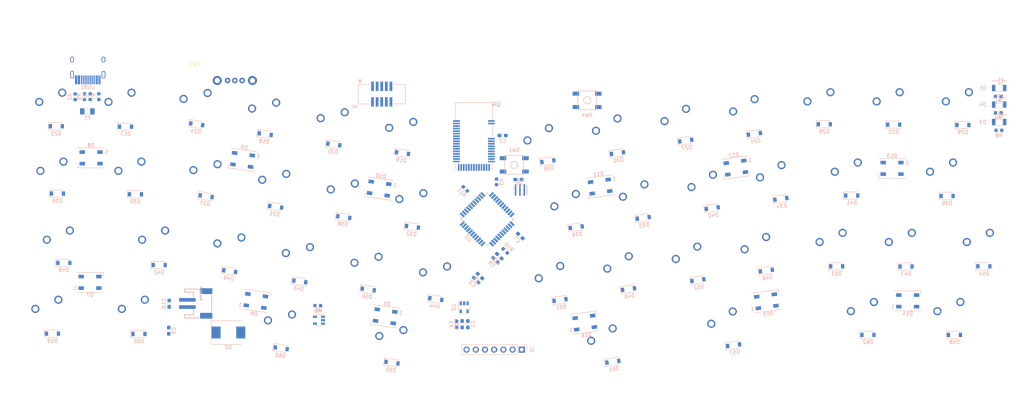
<source format=kicad_pcb>
(kicad_pcb (version 20171130) (host pcbnew 5.1.6)
  (layers (0 F.Cu signal) (31 B.Cu signal) (34 B.Paste user) (35 F.Paste user) (36 B.SilkS user) (37 F.SilkS user) (38 B.Mask user) (39 F.Mask user) (44 Edge.Cuts user))
  (net 0 "")
  (net 1 "Net-(C1-Pad2)")
  (net 2 GND)
  (net 3 +3V3)
  (net 4 VBUS)
  (net 5 +BATT)
  (net 6 "Net-(D1-Pad1)")
  (net 7 "Net-(D2-Pad2)")
  (net 8 "Net-(D3-Pad2)")
  (net 9 "Net-(D4-Pad2)")
  (net 10 "Net-(D5-Pad1)")
  (net 11 "Net-(D5-Pad2)")
  (net 12 "Net-(D5-Pad4)")
  (net 13 "Net-(D5-Pad3)")
  (net 14 "Net-(D6-Pad1)")
  (net 15 "Net-(D6-Pad2)")
  (net 16 "Net-(D6-Pad3)")
  (net 17 "Net-(D7-Pad1)")
  (net 18 "Net-(D7-Pad2)")
  (net 19 "Net-(D7-Pad3)")
  (net 20 "Net-(D8-Pad1)")
  (net 21 "Net-(D8-Pad2)")
  (net 22 "Net-(D8-Pad3)")
  (net 23 "Net-(D9-Pad1)")
  (net 24 "Net-(D10-Pad4)")
  (net 25 "Net-(D9-Pad3)")
  (net 26 "Net-(D10-Pad1)")
  (net 27 "Net-(D10-Pad2)")
  (net 28 "Net-(D10-Pad3)")
  (net 29 "Net-(D11-Pad1)")
  (net 30 "Net-(D11-Pad2)")
  (net 31 "Net-(D11-Pad3)")
  (net 32 "Net-(D12-Pad1)")
  (net 33 "Net-(D12-Pad2)")
  (net 34 "Net-(D12-Pad3)")
  (net 35 "Net-(D13-Pad1)")
  (net 36 "Net-(D13-Pad2)")
  (net 37 "Net-(D13-Pad3)")
  (net 38 "Net-(D14-Pad1)")
  (net 39 "Net-(D14-Pad2)")
  (net 40 "Net-(D14-Pad3)")
  (net 41 "Net-(D15-Pad1)")
  (net 42 "Net-(D15-Pad2)")
  (net 43 "Net-(D15-Pad3)")
  (net 44 "Net-(D16-Pad1)")
  (net 45 "Net-(D16-Pad2)")
  (net 46 "Net-(D16-Pad3)")
  (net 47 "Net-(D17-Pad2)")
  (net 48 ROW4)
  (net 49 "Net-(D18-Pad2)")
  (net 50 "Net-(D19-Pad2)")
  (net 51 "Net-(D20-Pad2)")
  (net 52 "Net-(D21-Pad2)")
  (net 53 "Net-(D22-Pad2)")
  (net 54 "Net-(D23-Pad2)")
  (net 55 ROW3)
  (net 56 "Net-(D24-Pad2)")
  (net 57 "Net-(D25-Pad2)")
  (net 58 "Net-(D26-Pad2)")
  (net 59 "Net-(D27-Pad2)")
  (net 60 "Net-(D28-Pad2)")
  (net 61 "Net-(D29-Pad2)")
  (net 62 "Net-(D30-Pad2)")
  (net 63 ROW5)
  (net 64 "Net-(D31-Pad2)")
  (net 65 "Net-(D32-Pad2)")
  (net 66 "Net-(D33-Pad2)")
  (net 67 "Net-(D34-Pad2)")
  (net 68 "Net-(D35-Pad2)")
  (net 69 "Net-(D36-Pad2)")
  (net 70 ROW2)
  (net 71 "Net-(D37-Pad2)")
  (net 72 "Net-(D38-Pad2)")
  (net 73 "Net-(D39-Pad2)")
  (net 74 "Net-(D40-Pad2)")
  (net 75 "Net-(D41-Pad2)")
  (net 76 "Net-(D42-Pad2)")
  (net 77 ROW6)
  (net 78 "Net-(D43-Pad2)")
  (net 79 "Net-(D44-Pad2)")
  (net 80 "Net-(D45-Pad2)")
  (net 81 "Net-(D46-Pad2)")
  (net 82 "Net-(D47-Pad2)")
  (net 83 "Net-(D48-Pad2)")
  (net 84 ROW1)
  (net 85 "Net-(D49-Pad2)")
  (net 86 "Net-(D50-Pad2)")
  (net 87 "Net-(D51-Pad2)")
  (net 88 "Net-(D52-Pad2)")
  (net 89 "Net-(D53-Pad2)")
  (net 90 "Net-(D54-Pad2)")
  (net 91 "Net-(D55-Pad2)")
  (net 92 ROW7)
  (net 93 "Net-(D56-Pad2)")
  (net 94 "Net-(D57-Pad2)")
  (net 95 "Net-(D58-Pad2)")
  (net 96 "Net-(D59-Pad2)")
  (net 97 ROW0)
  (net 98 "Net-(D60-Pad2)")
  (net 99 "Net-(D61-Pad2)")
  (net 100 "Net-(D62-Pad2)")
  (net 101 "Net-(F1-Pad1)")
  (net 102 TCK)
  (net 103 TMS)
  (net 104 TDO)
  (net 105 TDI)
  (net 106 RST)
  (net 107 "Net-(MX1-Pad1)")
  (net 108 "Net-(MX16-Pad1)")
  (net 109 "Net-(MX18-Pad1)")
  (net 110 "Net-(MX20-Pad1)")
  (net 111 "Net-(MX10-Pad1)")
  (net 112 "Net-(MX11-Pad1)")
  (net 113 "Net-(MX13-Pad1)")
  (net 114 "Net-(R1-Pad1)")
  (net 115 "Net-(R2-Pad2)")
  (net 116 "Net-(R2-Pad1)")
  (net 117 "Net-(R3-Pad2)")
  (net 118 DBUS-)
  (net 119 "Net-(R4-Pad1)")
  (net 120 DBUS+)
  (net 121 "Net-(R5-Pad1)")
  (net 122 "Net-(R6-Pad1)")
  (net 123 "Net-(R7-Pad1)")
  (net 124 MODE)
  (net 125 CONNECTED)
  (net 126 "Net-(R10-Pad2)")
  (net 127 RGB1)
  (net 128 "Net-(SW2-Pad2)")
  (net 129 FCTRYRST)
  (net 130 DFU)
  (net 131 "Net-(U3-Pad41)")
  (net 132 "Net-(U3-Pad40)")
  (net 133 "Net-(U3-Pad32)")
  (net 134 "Net-(U3-Pad31)")
  (net 135 "Net-(U3-Pad30)")
  (net 136 "Net-(U3-Pad29)")
  (net 137 BLE_CS)
  (net 138 "Net-(U3-Pad27)")
  (net 139 "Net-(U3-Pad26)")
  (net 140 SDIO_RST)
  (net 141 "Net-(U3-Pad22)")
  (net 142 "Net-(U3-Pad21)")
  (net 143 "Net-(U3-Pad20)")
  (net 144 "Net-(U3-Pad19)")
  (net 145 "Net-(U3-Pad18)")
  (net 146 "Net-(U3-Pad17)")
  (net 147 "Net-(U3-Pad16)")
  (net 148 "Net-(U3-Pad12)")
  (net 149 MISO)
  (net 150 MOSI)
  (net 151 SCK)
  (net 152 "Net-(U3-Pad2)")
  (net 153 BLE_IRQ)
  (net 154 "Net-(U4-Pad41)")
  (net 155 "Net-(U4-Pad40)")
  (net 156 "Net-(U4-Pad37)")
  (net 157 SWCLK)
  (net 158 SWDIO_RST)
  (net 159 "Net-(U4-Pad33)")
  (net 160 "Net-(U4-Pad32)")
  (net 161 "Net-(U4-Pad31)")
  (net 162 "Net-(U4-Pad30)")
  (net 163 "Net-(U4-Pad29)")
  (net 164 "Net-(U4-Pad28)")
  (net 165 "Net-(U4-Pad27)")
  (net 166 "Net-(U4-Pad26)")
  (net 167 "Net-(U4-Pad23)")
  (net 168 "Net-(U4-Pad22)")
  (net 169 "Net-(U4-Pad21)")
  (net 170 "Net-(U4-Pad20)")
  (net 171 "Net-(U4-Pad19)")
  (net 172 "Net-(U4-Pad18)")
  (net 173 "Net-(U4-Pad17)")
  (net 174 "Net-(U4-Pad15)")
  (net 175 "Net-(U4-Pad12)")
  (net 176 "Net-(U4-Pad11)")
  (net 177 "Net-(U4-Pad10)")
  (net 178 "Net-(U4-Pad9)")
  (net 179 "Net-(USB1-Pad3)")
  (net 180 "Net-(USB1-Pad9)")
  (net 181 "Net-(X2-Pad6)")
  (net 182 "Net-(X2-Pad8)")
  (net 183 "Net-(X2-Pad10)")
  (module "Adafruit Feather 32u4 Bluefruit LE:IN-S124BR_LED" (layer B.Cu) (at 469.4936 271.8308)
    (fp_text reference D1 (at -4.5 -5.08) (layer B.SilkS) (effects (justify mirror)))
    (fp_text value LED)
    (fp_arc (start 0.575 -5.68) (end 0.575 -6.08) (angle 90) (layer Edge.Cuts) (width 0.12))
    (fp_arc (start -0.625 -5.68) (end -1.025 -5.68) (angle 90) (layer Edge.Cuts) (width 0.12))
    (fp_arc (start 0.575 -4.48) (end 0.975 -4.48) (angle 90) (layer Edge.Cuts) (width 0.12))
    (fp_arc (start -0.625 -4.48) (end -0.625 -4.08) (angle 90) (layer Edge.Cuts) (width 0.12))
    (fp_line (start -0.625 -4.08) (end 0.575 -4.08) (layer Edge.Cuts) (width 0.12))
    (fp_line (start -0.625 -6.08) (end 0.575 -6.08) (layer Edge.Cuts) (width 0.12))
    (fp_line (start 0.975 -5.68) (end 0.975 -4.48) (layer Edge.Cuts) (width 0.12))
    (fp_line (start -1.025 -5.68) (end -1.025 -4.48) (layer Edge.Cuts) (width 0.12))
    (pad 1 smd rect (at 1.5 -5.08) (size 1 1.75) (layers B.Cu B.Paste B.Mask) (net 6 "Net-(D1-Pad1)"))
    (pad 2 smd rect (at -1.5 -5.08) (size 1 1.75) (layers B.Cu B.Paste B.Mask) (net 4 VBUS))
  )
  (module Crystal:Resonator_SMD_muRata_CSTxExxV-3Pin_3.0x1.1mm_HandSoldering (layer B.Cu) (at 337.2104 294.894 180)
    (fp_text reference Y1 (at 0 2.45) (layer B.SilkS) (effects (justify mirror)))
    (fp_text value 16MHz)
    (pad 3 smd rect (at 1.2 0 180) (size 0.4 3.2) (layers B.Cu B.Paste B.Mask) (net 147 "Net-(U3-Pad16)"))
    (pad 2 smd rect (at 0 0 180) (size 0.4 3.2) (layers B.Cu B.Paste B.Mask) (net 2 GND))
    (pad 1 smd rect (at -1.2 0 180) (size 0.4 3.2) (layers B.Cu B.Paste B.Mask) (net 146 "Net-(U3-Pad17)"))
  )
  (module keyboard_parts:2X05_1.27MM_BOX_POSTS (layer B.Cu) (at 299.0596 268.4272)
    (fp_text reference X2 (at -6.6 3 180) (layer B.SilkS) (effects (font (size 0.77216 0.77216) (thickness 0.138988)) (justify left top mirror)))
    (fp_text value JTAG-CORTEXBOXPOSTS-keyboard_parts)
    (pad 2 smd rect (at -2.54 2.15) (size 0.76 2.6) (layers B.Cu B.Paste B.Mask) (net 158 SWDIO_RST))
    (pad 4 smd rect (at -1.27 2.15) (size 0.76 2.6) (layers B.Cu B.Paste B.Mask) (net 157 SWCLK))
    (pad 6 smd rect (at 0 2.15) (size 0.76 2.6) (layers B.Cu B.Paste B.Mask) (net 181 "Net-(X2-Pad6)"))
    (pad 8 smd rect (at 1.27 2.15) (size 0.76 2.6) (layers B.Cu B.Paste B.Mask) (net 182 "Net-(X2-Pad8)"))
    (pad 10 smd rect (at 2.54 2.15) (size 0.76 2.6) (layers B.Cu B.Paste B.Mask) (net 183 "Net-(X2-Pad10)"))
    (pad 1 smd rect (at -2.54 -2.15) (size 0.76 2.6) (layers B.Cu B.Paste B.Mask) (net 3 +3V3))
    (pad 3 smd rect (at -1.27 -2.15) (size 0.76 2.6) (layers B.Cu B.Paste B.Mask) (net 2 GND))
    (pad 5 smd rect (at 0 -2.15) (size 0.76 2.6) (layers B.Cu B.Paste B.Mask) (net 2 GND))
    (pad 7 smd rect (at 1.27 -2.15) (size 0.76 2.6) (layers B.Cu B.Paste B.Mask) (net 2 GND))
    (pad 9 smd rect (at 2.54 -2.15) (size 0.76 2.6) (layers B.Cu B.Paste B.Mask) (net 2 GND))
    (pad "" np_thru_hole circle (at -1.905 0) (size 1 1) (drill 1) (layers *.Cu *.Mask))
    (pad "" np_thru_hole circle (at 1.905 0) (size 1 1) (drill 1) (layers *.Cu *.Mask))
  )
  (module "Adafruit Feather 32u4 Bluefruit LE:JSTPH2" (layer B.Cu) (at 249.1232 326.2884 90)
    (fp_text reference X1 hide)
    (fp_text value CON_JST_PH_2PIN-Adafruit_Feather_32u4_Bluefruit_LE-eagle-import hide)
    (fp_text user >Name (at 0.680401 0.410199 90) (layer B.SilkS) (effects (font (size 0.77216 0.77216) (thickness 0.146304)) (justify right bottom mirror)))
    (pad NC2 smd rect (at 3.4 1.5) (size 3.4 1.6) (layers B.Cu B.Paste B.Mask))
    (pad NC1 smd rect (at -3.4 1.5) (size 3.4 1.6) (layers B.Cu B.Paste B.Mask))
    (pad 2 smd rect (at 1 -3.7 90) (size 1 4.6) (layers B.Cu B.Paste B.Mask) (net 5 +BATT))
    (pad 1 smd rect (at -1 -3.7 90) (size 1 4.6) (layers B.Cu B.Paste B.Mask) (net 2 GND))
  )
  (module Type-C:HRO-TYPE-C-31-M-12-HandSoldering (layer B.Cu) (at 217.932 256.286)
    (fp_text reference USB1 (at 0 10.2) (layer B.SilkS) (effects (justify mirror)))
    (fp_text value HRO-TYPE-C-31-M-12-Type-C)
    (pad 12 smd rect (at 3.225 8.195) (size 0.6 2.45) (layers B.Cu B.Paste B.Mask) (net 2 GND))
    (pad 1 smd rect (at -3.225 8.195) (size 0.6 2.45) (layers B.Cu B.Paste B.Mask) (net 2 GND))
    (pad 11 smd rect (at 2.45 8.195) (size 0.6 2.45) (layers B.Cu B.Paste B.Mask) (net 101 "Net-(F1-Pad1)"))
    (pad 2 smd rect (at -2.45 8.195) (size 0.6 2.45) (layers B.Cu B.Paste B.Mask) (net 101 "Net-(F1-Pad1)"))
    (pad 3 smd rect (at -1.75 8.195) (size 0.3 2.45) (layers B.Cu B.Paste B.Mask) (net 179 "Net-(USB1-Pad3)"))
    (pad 10 smd rect (at 1.75 8.195) (size 0.3 2.45) (layers B.Cu B.Paste B.Mask) (net 123 "Net-(R7-Pad1)"))
    (pad 4 smd rect (at -1.25 8.195) (size 0.3 2.45) (layers B.Cu B.Paste B.Mask) (net 116 "Net-(R2-Pad1)"))
    (pad 9 smd rect (at 1.25 8.195) (size 0.3 2.45) (layers B.Cu B.Paste B.Mask) (net 180 "Net-(USB1-Pad9)"))
    (pad 5 smd rect (at -0.75 8.195) (size 0.3 2.45) (layers B.Cu B.Paste B.Mask) (net 119 "Net-(R4-Pad1)"))
    (pad 8 smd rect (at 0.75 8.195) (size 0.3 2.45) (layers B.Cu B.Paste B.Mask) (net 121 "Net-(R5-Pad1)"))
    (pad 7 smd rect (at 0.25 8.195) (size 0.3 2.45) (layers B.Cu B.Paste B.Mask) (net 119 "Net-(R4-Pad1)"))
    (pad 6 smd rect (at -0.25 8.195) (size 0.3 2.45) (layers B.Cu B.Paste B.Mask) (net 121 "Net-(R5-Pad1)"))
    (pad "" np_thru_hole circle (at 2.89 6.25) (size 0.65 0.65) (drill 0.65) (layers *.Cu *.Mask))
    (pad "" np_thru_hole circle (at -2.89 6.25) (size 0.65 0.65) (drill 0.65) (layers *.Cu *.Mask))
    (pad 13 thru_hole oval (at -4.32 6.78) (size 1 2.1) (drill oval 0.6 1.7) (layers *.Cu F.Mask) (net 2 GND))
    (pad 13 thru_hole oval (at 4.32 6.78) (size 1 2.1) (drill oval 0.6 1.7) (layers *.Cu F.Mask) (net 2 GND))
    (pad 13 thru_hole oval (at -4.32 2.6) (size 1 1.6) (drill oval 0.6 1.2) (layers *.Cu F.Mask) (net 2 GND))
    (pad 13 thru_hole oval (at 4.32 2.6) (size 1 1.6) (drill oval 0.6 1.2) (layers *.Cu F.Mask) (net 2 GND))
  )
  (module "Adafruit Feather 32u4 Bluefruit LE:BLE_MODULE_RAYTAC_MDBT40" (layer B.Cu) (at 324.5104 279.8572 180)
    (fp_text reference U4 (at -4.866 9.328 180) (layer B.SilkS) (effects (font (size 1.2065 1.2065) (thickness 0.21717)) (justify right top mirror)))
    (fp_text value Adafruit-Feather-32u4-Bluefruit-LE_mod2-rescue_NRF51822_MODULE_MDBT40-Adafruit_Feather_32u4_Bluefruit_LE-eagle-import)
    (pad "" np_thru_hole circle (at 2.2 4.45 180) (size 0.9 0.9) (drill 0.9) (layers *.Cu *.Mask))
    (pad 42 smd rect (at 4.825 4 180) (size 1.85 0.45) (layers B.Cu B.Paste B.Mask) (net 2 GND))
    (pad 41 smd rect (at 4.825 3.3 180) (size 1.85 0.45) (layers B.Cu B.Paste B.Mask) (net 154 "Net-(U4-Pad41)"))
    (pad 40 smd rect (at 4.825 2.6 180) (size 1.85 0.45) (layers B.Cu B.Paste B.Mask) (net 155 "Net-(U4-Pad40)"))
    (pad 39 smd rect (at 4.825 1.9 180) (size 1.85 0.45) (layers B.Cu B.Paste B.Mask) (net 125 CONNECTED))
    (pad 38 smd rect (at 4.825 1.2 180) (size 1.85 0.45) (layers B.Cu B.Paste B.Mask) (net 124 MODE))
    (pad 37 smd rect (at 4.825 0.5 180) (size 1.85 0.45) (layers B.Cu B.Paste B.Mask) (net 156 "Net-(U4-Pad37)"))
    (pad 36 smd rect (at 4.825 -0.2 180) (size 1.85 0.45) (layers B.Cu B.Paste B.Mask) (net 157 SWCLK))
    (pad 35 smd rect (at 4.825 -0.9 180) (size 1.85 0.45) (layers B.Cu B.Paste B.Mask) (net 158 SWDIO_RST))
    (pad 34 smd rect (at 4.825 -1.6 180) (size 1.85 0.45) (layers B.Cu B.Paste B.Mask) (net 129 FCTRYRST))
    (pad 33 smd rect (at 4.825 -2.3 180) (size 1.85 0.45) (layers B.Cu B.Paste B.Mask) (net 159 "Net-(U4-Pad33)"))
    (pad 32 smd rect (at 4.825 -3 180) (size 1.85 0.45) (layers B.Cu B.Paste B.Mask) (net 160 "Net-(U4-Pad32)"))
    (pad 31 smd rect (at 4.825 -3.7 180) (size 1.85 0.45) (layers B.Cu B.Paste B.Mask) (net 161 "Net-(U4-Pad31)"))
    (pad 30 smd rect (at 4.825 -4.4 180) (size 1.85 0.45) (layers B.Cu B.Paste B.Mask) (net 162 "Net-(U4-Pad30)"))
    (pad 29 smd rect (at 4.825 -5.1 180) (size 1.85 0.45) (layers B.Cu B.Paste B.Mask) (net 163 "Net-(U4-Pad29)"))
    (pad 28 smd rect (at 4.825 -5.8 180) (size 1.85 0.45) (layers B.Cu B.Paste B.Mask) (net 164 "Net-(U4-Pad28)"))
    (pad 27 smd rect (at 4.825 -6.5 180) (size 1.85 0.45) (layers B.Cu B.Paste B.Mask) (net 165 "Net-(U4-Pad27)"))
    (pad 26 smd rect (at 4.825 -7.2 180) (size 1.85 0.45) (layers B.Cu B.Paste B.Mask) (net 166 "Net-(U4-Pad26)"))
    (pad 25 smd rect (at 4.2 -8.825 90) (size 1.85 0.45) (layers B.Cu B.Paste B.Mask) (net 2 GND))
    (pad 24 smd rect (at 3.5 -8.825 90) (size 1.85 0.45) (layers B.Cu B.Paste B.Mask) (net 130 DFU))
    (pad 23 smd rect (at 2.8 -8.825 90) (size 1.85 0.45) (layers B.Cu B.Paste B.Mask) (net 167 "Net-(U4-Pad23)"))
    (pad 22 smd rect (at 2.1 -8.825 90) (size 1.85 0.45) (layers B.Cu B.Paste B.Mask) (net 168 "Net-(U4-Pad22)"))
    (pad 21 smd rect (at 1.4 -8.825 90) (size 1.85 0.45) (layers B.Cu B.Paste B.Mask) (net 169 "Net-(U4-Pad21)"))
    (pad 20 smd rect (at 0.7 -8.825 90) (size 1.85 0.45) (layers B.Cu B.Paste B.Mask) (net 170 "Net-(U4-Pad20)"))
    (pad 19 smd rect (at 0 -8.825 90) (size 1.85 0.45) (layers B.Cu B.Paste B.Mask) (net 171 "Net-(U4-Pad19)"))
    (pad 18 smd rect (at -0.7 -8.825 90) (size 1.85 0.45) (layers B.Cu B.Paste B.Mask) (net 172 "Net-(U4-Pad18)"))
    (pad 17 smd rect (at -1.4 -8.825 90) (size 1.85 0.45) (layers B.Cu B.Paste B.Mask) (net 173 "Net-(U4-Pad17)"))
    (pad 16 smd rect (at -2.1 -8.825 90) (size 1.85 0.45) (layers B.Cu B.Paste B.Mask) (net 2 GND))
    (pad 15 smd rect (at -2.8 -8.825 90) (size 1.85 0.45) (layers B.Cu B.Paste B.Mask) (net 174 "Net-(U4-Pad15)"))
    (pad 14 smd rect (at -3.5 -8.825 90) (size 1.85 0.45) (layers B.Cu B.Paste B.Mask) (net 3 +3V3))
    (pad 13 smd rect (at -4.2 -8.825 90) (size 1.85 0.45) (layers B.Cu B.Paste B.Mask) (net 2 GND))
    (pad 12 smd rect (at -4.825 -7.2 180) (size 1.85 0.45) (layers B.Cu B.Paste B.Mask) (net 175 "Net-(U4-Pad12)"))
    (pad 11 smd rect (at -4.825 -6.5 180) (size 1.85 0.45) (layers B.Cu B.Paste B.Mask) (net 176 "Net-(U4-Pad11)"))
    (pad 10 smd rect (at -4.825 -5.8 180) (size 1.85 0.45) (layers B.Cu B.Paste B.Mask) (net 177 "Net-(U4-Pad10)"))
    (pad 9 smd rect (at -4.825 -5.1 180) (size 1.85 0.45) (layers B.Cu B.Paste B.Mask) (net 178 "Net-(U4-Pad9)"))
    (pad 8 smd rect (at -4.825 -4.4 180) (size 1.85 0.45) (layers B.Cu B.Paste B.Mask) (net 153 BLE_IRQ))
    (pad 7 smd rect (at -4.825 -3.7 180) (size 1.85 0.45) (layers B.Cu B.Paste B.Mask) (net 137 BLE_CS))
    (pad 6 smd rect (at -4.825 -3 180) (size 1.85 0.45) (layers B.Cu B.Paste B.Mask) (net 150 MOSI))
    (pad 5 smd rect (at -4.825 -2.3 180) (size 1.85 0.45) (layers B.Cu B.Paste B.Mask) (net 149 MISO))
    (pad 4 smd rect (at -4.825 -1.6 180) (size 1.85 0.45) (layers B.Cu B.Paste B.Mask) (net 151 SCK))
    (pad 3 smd rect (at -4.825 -0.9 180) (size 1.85 0.45) (layers B.Cu B.Paste B.Mask) (net 3 +3V3))
    (pad 2 smd rect (at -4.825 3.3 180) (size 1.85 0.45) (layers B.Cu B.Paste B.Mask) (net 2 GND))
    (pad 1 smd rect (at -4.825 4 180) (size 1.85 0.45) (layers B.Cu B.Paste B.Mask) (net 2 GND))
  )
  (module Package_QFP:TQFP-44_10x10mm_P0.8mm (layer B.Cu) (at 328.168 303.022 315)
    (fp_text reference U3 (at 0 7.450001 135) (layer B.SilkS) (effects (justify mirror)))
    (fp_text value ATmega32U4-AU-MCU_Microchip_ATmega)
    (pad 44 smd rect (at -4 5.7 225) (size 1.5 0.55) (layers B.Cu B.Paste B.Mask) (net 3 +3V3))
    (pad 43 smd rect (at -3.2 5.7 225) (size 1.5 0.55) (layers B.Cu B.Paste B.Mask) (net 2 GND))
    (pad 42 smd rect (at -2.4 5.7 225) (size 1.5 0.55) (layers B.Cu B.Paste B.Mask) (net 3 +3V3))
    (pad 41 smd rect (at -1.6 5.7 225) (size 1.5 0.55) (layers B.Cu B.Paste B.Mask) (net 131 "Net-(U3-Pad41)"))
    (pad 40 smd rect (at -0.8 5.7 225) (size 1.5 0.55) (layers B.Cu B.Paste B.Mask) (net 132 "Net-(U3-Pad40)"))
    (pad 39 smd rect (at 0 5.7 225) (size 1.5 0.55) (layers B.Cu B.Paste B.Mask) (net 102 TCK))
    (pad 38 smd rect (at 0.8 5.7 225) (size 1.5 0.55) (layers B.Cu B.Paste B.Mask) (net 103 TMS))
    (pad 37 smd rect (at 1.6 5.7 225) (size 1.5 0.55) (layers B.Cu B.Paste B.Mask) (net 104 TDO))
    (pad 36 smd rect (at 2.4 5.7 225) (size 1.5 0.55) (layers B.Cu B.Paste B.Mask) (net 105 TDI))
    (pad 35 smd rect (at 3.2 5.7 225) (size 1.5 0.55) (layers B.Cu B.Paste B.Mask) (net 2 GND))
    (pad 34 smd rect (at 4 5.7 225) (size 1.5 0.55) (layers B.Cu B.Paste B.Mask) (net 3 +3V3))
    (pad 33 smd rect (at 5.7 4 315) (size 1.5 0.55) (layers B.Cu B.Paste B.Mask) (net 126 "Net-(R10-Pad2)"))
    (pad 32 smd rect (at 5.7 3.2 315) (size 1.5 0.55) (layers B.Cu B.Paste B.Mask) (net 133 "Net-(U3-Pad32)"))
    (pad 31 smd rect (at 5.7 2.4 315) (size 1.5 0.55) (layers B.Cu B.Paste B.Mask) (net 134 "Net-(U3-Pad31)"))
    (pad 30 smd rect (at 5.7 1.6 315) (size 1.5 0.55) (layers B.Cu B.Paste B.Mask) (net 135 "Net-(U3-Pad30)"))
    (pad 29 smd rect (at 5.7 0.8 315) (size 1.5 0.55) (layers B.Cu B.Paste B.Mask) (net 136 "Net-(U3-Pad29)"))
    (pad 28 smd rect (at 5.7 0 315) (size 1.5 0.55) (layers B.Cu B.Paste B.Mask) (net 137 BLE_CS))
    (pad 27 smd rect (at 5.7 -0.8 315) (size 1.5 0.55) (layers B.Cu B.Paste B.Mask) (net 138 "Net-(U3-Pad27)"))
    (pad 26 smd rect (at 5.7 -1.6 315) (size 1.5 0.55) (layers B.Cu B.Paste B.Mask) (net 139 "Net-(U3-Pad26)"))
    (pad 25 smd rect (at 5.7 -2.4 315) (size 1.5 0.55) (layers B.Cu B.Paste B.Mask) (net 140 SDIO_RST))
    (pad 24 smd rect (at 5.7 -3.2 315) (size 1.5 0.55) (layers B.Cu B.Paste B.Mask) (net 3 +3V3))
    (pad 23 smd rect (at 5.7 -4 315) (size 1.5 0.55) (layers B.Cu B.Paste B.Mask) (net 2 GND))
    (pad 22 smd rect (at 4 -5.7 225) (size 1.5 0.55) (layers B.Cu B.Paste B.Mask) (net 141 "Net-(U3-Pad22)"))
    (pad 21 smd rect (at 3.2 -5.7 225) (size 1.5 0.55) (layers B.Cu B.Paste B.Mask) (net 142 "Net-(U3-Pad21)"))
    (pad 20 smd rect (at 2.4 -5.7 225) (size 1.5 0.55) (layers B.Cu B.Paste B.Mask) (net 143 "Net-(U3-Pad20)"))
    (pad 19 smd rect (at 1.6 -5.7 225) (size 1.5 0.55) (layers B.Cu B.Paste B.Mask) (net 144 "Net-(U3-Pad19)"))
    (pad 18 smd rect (at 0.8 -5.7 225) (size 1.5 0.55) (layers B.Cu B.Paste B.Mask) (net 145 "Net-(U3-Pad18)"))
    (pad 17 smd rect (at 0 -5.7 225) (size 1.5 0.55) (layers B.Cu B.Paste B.Mask) (net 146 "Net-(U3-Pad17)"))
    (pad 16 smd rect (at -0.8 -5.7 225) (size 1.5 0.55) (layers B.Cu B.Paste B.Mask) (net 147 "Net-(U3-Pad16)"))
    (pad 15 smd rect (at -1.6 -5.7 225) (size 1.5 0.55) (layers B.Cu B.Paste B.Mask) (net 2 GND))
    (pad 14 smd rect (at -2.4 -5.7 225) (size 1.5 0.55) (layers B.Cu B.Paste B.Mask) (net 3 +3V3))
    (pad 13 smd rect (at -3.2 -5.7 225) (size 1.5 0.55) (layers B.Cu B.Paste B.Mask) (net 117 "Net-(R3-Pad2)"))
    (pad 12 smd rect (at -4 -5.7 225) (size 1.5 0.55) (layers B.Cu B.Paste B.Mask) (net 148 "Net-(U3-Pad12)"))
    (pad 11 smd rect (at -5.7 -4 315) (size 1.5 0.55) (layers B.Cu B.Paste B.Mask) (net 149 MISO))
    (pad 10 smd rect (at -5.7 -3.2 315) (size 1.5 0.55) (layers B.Cu B.Paste B.Mask) (net 150 MOSI))
    (pad 9 smd rect (at -5.7 -2.4 315) (size 1.5 0.55) (layers B.Cu B.Paste B.Mask) (net 151 SCK))
    (pad 8 smd rect (at -5.7 -1.6 315) (size 1.5 0.55) (layers B.Cu B.Paste B.Mask) (net 127 RGB1))
    (pad 7 smd rect (at -5.7 -0.8 315) (size 1.5 0.55) (layers B.Cu B.Paste B.Mask) (net 4 VBUS))
    (pad 6 smd rect (at -5.7 0 315) (size 1.5 0.55) (layers B.Cu B.Paste B.Mask) (net 3 +3V3))
    (pad 5 smd rect (at -5.7 0.8 315) (size 1.5 0.55) (layers B.Cu B.Paste B.Mask) (net 2 GND))
    (pad 4 smd rect (at -5.7 1.6 315) (size 1.5 0.55) (layers B.Cu B.Paste B.Mask) (net 120 DBUS+))
    (pad 3 smd rect (at -5.7 2.4 315) (size 1.5 0.55) (layers B.Cu B.Paste B.Mask) (net 118 DBUS-))
    (pad 2 smd rect (at -5.7 3.2 315) (size 1.5 0.55) (layers B.Cu B.Paste B.Mask) (net 152 "Net-(U3-Pad2)"))
    (pad 1 smd rect (at -5.7 4 315) (size 1.5 0.55) (layers B.Cu B.Paste B.Mask) (net 153 BLE_IRQ))
  )
  (module Package_TO_SOT_SMD:SOT-23-5 (layer B.Cu) (at 321.818 327.3552 270)
    (fp_text reference U2 (at 0 2.9 90) (layer B.SilkS) (effects (justify mirror)))
    (fp_text value MIC5219-3.3YM5)
    (pad 5 smd rect (at 1.1 0.95 270) (size 1.06 0.65) (layers B.Cu B.Paste B.Mask) (net 3 +3V3))
    (pad 4 smd rect (at 1.1 -0.95 270) (size 1.06 0.65) (layers B.Cu B.Paste B.Mask) (net 1 "Net-(C1-Pad2)"))
    (pad 3 smd rect (at -1.1 -0.95 270) (size 1.06 0.65) (layers B.Cu B.Paste B.Mask) (net 128 "Net-(SW2-Pad2)"))
    (pad 2 smd rect (at -1.1 0 270) (size 1.06 0.65) (layers B.Cu B.Paste B.Mask) (net 2 GND))
    (pad 1 smd rect (at -1.1 0.95 270) (size 1.06 0.65) (layers B.Cu B.Paste B.Mask) (net 4 VBUS))
  )
  (module Package_TO_SOT_SMD:SOT-23-5 (layer B.Cu) (at 281.7368 330.9112 180)
    (fp_text reference U1 (at 0 2.9) (layer B.SilkS) (effects (justify mirror)))
    (fp_text value MCP73831-2-OT)
    (pad 5 smd rect (at 1.1 0.95 180) (size 1.06 0.65) (layers B.Cu B.Paste B.Mask) (net 122 "Net-(R6-Pad1)"))
    (pad 4 smd rect (at 1.1 -0.95 180) (size 1.06 0.65) (layers B.Cu B.Paste B.Mask) (net 4 VBUS))
    (pad 3 smd rect (at -1.1 -0.95 180) (size 1.06 0.65) (layers B.Cu B.Paste B.Mask) (net 7 "Net-(D2-Pad2)"))
    (pad 2 smd rect (at -1.1 0 180) (size 1.06 0.65) (layers B.Cu B.Paste B.Mask) (net 2 GND))
    (pad 1 smd rect (at -1.1 0.95 180) (size 1.06 0.65) (layers B.Cu B.Paste B.Mask) (net 114 "Net-(R1-Pad1)"))
  )
  (module random-keyboard-parts:SKQG-1155865 (layer B.Cu) (at 355.7524 270.1544 180)
    (fp_text reference SW4 (at 0 -4.064) (layer B.SilkS) (effects (justify mirror)))
    (fp_text value SW_PUSH-keyboard_parts)
    (pad 4 smd rect (at -3.1 -1.85 180) (size 1.8 1.1) (layers B.Cu B.Paste B.Mask))
    (pad 3 smd rect (at 3.1 1.85 180) (size 1.8 1.1) (layers B.Cu B.Paste B.Mask))
    (pad 2 smd rect (at -3.1 1.85 180) (size 1.8 1.1) (layers B.Cu B.Paste B.Mask) (net 130 DFU))
    (pad 1 smd rect (at 3.1 -1.85 180) (size 1.8 1.1) (layers B.Cu B.Paste B.Mask) (net 2 GND))
  )
  (module "Adafruit Feather 32u4 Bluefruit LE:SW_EG1213" (layer F.Cu) (at 258.5212 264.668)
    (fp_text reference SW2 (at -11.15 -4.42) (layer F.SilkS))
    (fp_text value Switch_SW_SPDT)
    (pad "" thru_hole circle (at 4.85 0) (size 2.5 2.5) (drill 1.4) (layers *.Cu *.Mask))
    (pad "" thru_hole circle (at -4.85 0) (size 2.5 2.5) (drill 1.4) (layers *.Cu *.Mask))
    (pad 1 thru_hole circle (at -2 0) (size 1.524 1.524) (drill 0.7) (layers *.Cu *.Mask) (net 2 GND))
    (pad 3 thru_hole circle (at 2 0) (size 1.524 1.524) (drill 0.7) (layers *.Cu *.Mask) (net 4 VBUS))
    (pad 2 thru_hole circle (at 0 0) (size 1.524 1.524) (drill 0.7) (layers *.Cu *.Mask) (net 128 "Net-(SW2-Pad2)"))
  )
  (module random-keyboard-parts:SKQG-1155865 (layer B.Cu) (at 335.6356 287.9852)
    (fp_text reference SW1 (at 0 -4.064) (layer B.SilkS) (effects (justify mirror)))
    (fp_text value SW_PUSH-keyboard_parts)
    (pad 4 smd rect (at -3.1 -1.85) (size 1.8 1.1) (layers B.Cu B.Paste B.Mask))
    (pad 3 smd rect (at 3.1 1.85) (size 1.8 1.1) (layers B.Cu B.Paste B.Mask))
    (pad 2 smd rect (at -3.1 1.85) (size 1.8 1.1) (layers B.Cu B.Paste B.Mask) (net 117 "Net-(R3-Pad2)"))
    (pad 1 smd rect (at 3.1 -1.85) (size 1.8 1.1) (layers B.Cu B.Paste B.Mask) (net 2 GND))
  )
  (module Resistor_SMD:R_0603_1608Metric (layer B.Cu) (at 322.1228 294.6147 315)
    (fp_text reference R11 (at 0 1.43 135) (layer B.SilkS) (effects (justify mirror)))
    (fp_text value 500)
    (pad 2 smd roundrect (at 0.7875 0 315) (size 0.875 0.95) (layers B.Cu B.Paste B.Mask) (net 127 RGB1))
    (pad 1 smd roundrect (at -0.7875 0 315) (size 0.875 0.95) (layers B.Cu B.Paste B.Mask) (net 12 "Net-(D5-Pad4)"))
  )
  (module Resistor_SMD:R_0603_1608Metric (layer B.Cu) (at 333.1464 311.7596 135)
    (fp_text reference R10 (at 0 1.43 135) (layer B.SilkS) (effects (justify mirror)))
    (fp_text value 10K)
    (pad 2 smd roundrect (at 0.7875 0 135) (size 0.875 0.95) (layers B.Cu B.Paste B.Mask) (net 126 "Net-(R10-Pad2)"))
    (pad 1 smd roundrect (at -0.7875 0 135) (size 0.875 0.95) (layers B.Cu B.Paste B.Mask) (net 2 GND))
  )
  (module Resistor_SMD:R_0603_1608Metric (layer B.Cu) (at 469.2649 273.6088)
    (fp_text reference R9 (at 0 1.43) (layer B.SilkS) (effects (justify mirror)))
    (fp_text value 2.2K)
    (pad 2 smd roundrect (at 0.7875 0) (size 0.875 0.95) (layers B.Cu B.Paste B.Mask) (net 9 "Net-(D4-Pad2)"))
    (pad 1 smd roundrect (at -0.7875 0) (size 0.875 0.95) (layers B.Cu B.Paste B.Mask) (net 125 CONNECTED))
  )
  (module Resistor_SMD:R_0603_1608Metric (layer B.Cu) (at 469.4173 278.4348)
    (fp_text reference R8 (at 0 1.43) (layer B.SilkS) (effects (justify mirror)))
    (fp_text value 2.2K)
    (pad 2 smd roundrect (at 0.7875 0) (size 0.875 0.95) (layers B.Cu B.Paste B.Mask) (net 8 "Net-(D3-Pad2)"))
    (pad 1 smd roundrect (at -0.7875 0) (size 0.875 0.95) (layers B.Cu B.Paste B.Mask) (net 124 MODE))
  )
  (module Resistor_SMD:R_0603_1608Metric (layer B.Cu) (at 220.98 269.1384 270)
    (fp_text reference R7 (at 0 1.43 90) (layer B.SilkS) (effects (justify mirror)))
    (fp_text value 5.1K)
    (pad 2 smd roundrect (at 0.7875 0 270) (size 0.875 0.95) (layers B.Cu B.Paste B.Mask) (net 115 "Net-(R2-Pad2)"))
    (pad 1 smd roundrect (at -0.7875 0 270) (size 0.875 0.95) (layers B.Cu B.Paste B.Mask) (net 123 "Net-(R7-Pad1)"))
  )
  (module Resistor_SMD:R_0603_1608Metric (layer B.Cu) (at 281.4065 326.898)
    (fp_text reference R6 (at 0 1.43) (layer B.SilkS) (effects (justify mirror)))
    (fp_text value 10K)
    (pad 2 smd roundrect (at 0.7875 0) (size 0.875 0.95) (layers B.Cu B.Paste B.Mask) (net 2 GND))
    (pad 1 smd roundrect (at -0.7875 0) (size 0.875 0.95) (layers B.Cu B.Paste B.Mask) (net 122 "Net-(R6-Pad1)"))
  )
  (module Resistor_SMD:R_0603_1608Metric (layer B.Cu) (at 217.0176 269.1384 270)
    (fp_text reference R5 (at 0 1.43 90) (layer B.SilkS) (effects (justify mirror)))
    (fp_text value 22)
    (pad 2 smd roundrect (at 0.7875 0 270) (size 0.875 0.95) (layers B.Cu B.Paste B.Mask) (net 120 DBUS+))
    (pad 1 smd roundrect (at -0.7875 0 270) (size 0.875 0.95) (layers B.Cu B.Paste B.Mask) (net 121 "Net-(R5-Pad1)"))
  )
  (module Resistor_SMD:R_0603_1608Metric (layer B.Cu) (at 218.5924 269.1384 270)
    (fp_text reference R4 (at 0 1.43 90) (layer B.SilkS) (effects (justify mirror)))
    (fp_text value 22)
    (pad 2 smd roundrect (at 0.7875 0 270) (size 0.875 0.95) (layers B.Cu B.Paste B.Mask) (net 118 DBUS-))
    (pad 1 smd roundrect (at -0.7875 0 270) (size 0.875 0.95) (layers B.Cu B.Paste B.Mask) (net 119 "Net-(R4-Pad1)"))
  )
  (module Resistor_SMD:R_0603_1608Metric (layer B.Cu) (at 330.7588 292.6843 90)
    (fp_text reference R3 (at 0 1.43 90) (layer B.SilkS) (effects (justify mirror)))
    (fp_text value 10K)
    (pad 2 smd roundrect (at 0.7875 0 90) (size 0.875 0.95) (layers B.Cu B.Paste B.Mask) (net 117 "Net-(R3-Pad2)"))
    (pad 1 smd roundrect (at -0.7875 0 90) (size 0.875 0.95) (layers B.Cu B.Paste B.Mask) (net 3 +3V3))
  )
  (module Resistor_SMD:R_0603_1608Metric (layer B.Cu) (at 214.4268 269.1637 270)
    (fp_text reference R2 (at 0 1.43 90) (layer B.SilkS) (effects (justify mirror)))
    (fp_text value 5.1K)
    (pad 2 smd roundrect (at 0.7875 0 270) (size 0.875 0.95) (layers B.Cu B.Paste B.Mask) (net 115 "Net-(R2-Pad2)"))
    (pad 1 smd roundrect (at -0.7875 0 270) (size 0.875 0.95) (layers B.Cu B.Paste B.Mask) (net 116 "Net-(R2-Pad1)"))
  )
  (module Resistor_SMD:R_0603_1608Metric (layer B.Cu) (at 469.2651 269.0876)
    (fp_text reference R1 (at 0 1.43) (layer B.SilkS) (effects (justify mirror)))
    (fp_text value 2.2K)
    (pad 2 smd roundrect (at 0.7875 0) (size 0.875 0.95) (layers B.Cu B.Paste B.Mask) (net 6 "Net-(D1-Pad1)"))
    (pad 1 smd roundrect (at -0.7875 0) (size 0.875 0.95) (layers B.Cu B.Paste B.Mask) (net 114 "Net-(R1-Pad1)"))
  )
  (module MX_Only:MXOnly-1.25U-NoLED (layer F.Cu) (at 456.2475 330.962)
    (fp_text reference MX46)
    (fp_text value MX-NoLED)
    (pad 2 thru_hole circle (at 2.54 -5.08) (size 2.25 2.25) (drill 1.47) (layers *.Cu B.Mask) (net 95 "Net-(D58-Pad2)"))
    (pad "" np_thru_hole circle (at 0 0) (size 3.9878 3.9878) (drill 3.9878) (layers *.Cu *.Mask))
    (pad 1 thru_hole circle (at -3.81 -2.54) (size 2.25 2.25) (drill 1.47) (layers *.Cu B.Mask) (net 113 "Net-(MX13-Pad1)"))
    (pad "" np_thru_hole circle (at -5.08 0 48.0996) (size 1.75 1.75) (drill 1.75) (layers *.Cu *.Mask))
    (pad "" np_thru_hole circle (at 5.08 0 48.0996) (size 1.75 1.75) (drill 1.75) (layers *.Cu *.Mask))
  )
  (module MX_Only:MXOnly-1.25U-NoLED (layer F.Cu) (at 432.3715 330.962)
    (fp_text reference MX45)
    (fp_text value MX-NoLED)
    (pad 2 thru_hole circle (at 2.54 -5.08) (size 2.25 2.25) (drill 1.47) (layers *.Cu B.Mask) (net 100 "Net-(D62-Pad2)"))
    (pad "" np_thru_hole circle (at 0 0) (size 3.9878 3.9878) (drill 3.9878) (layers *.Cu *.Mask))
    (pad 1 thru_hole circle (at -3.81 -2.54) (size 2.25 2.25) (drill 1.47) (layers *.Cu B.Mask) (net 112 "Net-(MX11-Pad1)"))
    (pad "" np_thru_hole circle (at -5.08 0 48.0996) (size 1.75 1.75) (drill 1.75) (layers *.Cu *.Mask))
    (pad "" np_thru_hole circle (at 5.08 0 48.0996) (size 1.75 1.75) (drill 1.75) (layers *.Cu *.Mask))
  )
  (module MX_Only:MXOnly-1.25U-NoLED (layer F.Cu) (at 394.1445 333.883 8)
    (fp_text reference MX44)
    (fp_text value MX-NoLED)
    (pad 2 thru_hole circle (at 2.54 -5.08 8) (size 2.25 2.25) (drill 1.47) (layers *.Cu B.Mask) (net 94 "Net-(D57-Pad2)"))
    (pad "" np_thru_hole circle (at 0 0 8) (size 3.9878 3.9878) (drill 3.9878) (layers *.Cu *.Mask))
    (pad 1 thru_hole circle (at -3.81 -2.54 8) (size 2.25 2.25) (drill 1.47) (layers *.Cu B.Mask) (net 111 "Net-(MX10-Pad1)"))
    (pad "" np_thru_hole circle (at -5.08 0 56.0996) (size 1.75 1.75) (drill 1.75) (layers *.Cu *.Mask))
    (pad "" np_thru_hole circle (at 5.08 0 56.0996) (size 1.75 1.75) (drill 1.75) (layers *.Cu *.Mask))
  )
  (module MX_Only:MXOnly-2.25U-ReversedStabilizers-NoLED (layer F.Cu) (at 360.9975 338.582 8)
    (fp_text reference MX43)
    (fp_text value MX-NoLED)
    (pad 2 thru_hole circle (at 2.54 -5.08 8) (size 2.25 2.25) (drill 1.47) (layers *.Cu B.Mask) (net 99 "Net-(D61-Pad2)"))
    (pad "" np_thru_hole circle (at 0 0 8) (size 3.9878 3.9878) (drill 3.9878) (layers *.Cu *.Mask))
    (pad 1 thru_hole circle (at -3.81 -2.54 8) (size 2.25 2.25) (drill 1.47) (layers *.Cu B.Mask) (net 110 "Net-(MX20-Pad1)"))
    (pad "" np_thru_hole circle (at -5.08 0 56.0996) (size 1.75 1.75) (drill 1.75) (layers *.Cu *.Mask))
    (pad "" np_thru_hole circle (at 5.08 0 56.0996) (size 1.75 1.75) (drill 1.75) (layers *.Cu *.Mask))
    (pad "" np_thru_hole circle (at -11.90625 6.985 8) (size 3.048 3.048) (drill 3.048) (layers *.Cu *.Mask))
    (pad "" np_thru_hole circle (at 11.90625 6.985 8) (size 3.048 3.048) (drill 3.048) (layers *.Cu *.Mask))
    (pad "" np_thru_hole circle (at -11.90625 -8.255 8) (size 3.9878 3.9878) (drill 3.9878) (layers *.Cu *.Mask))
    (pad "" np_thru_hole circle (at 11.90625 -8.255 8) (size 3.9878 3.9878) (drill 3.9878) (layers *.Cu *.Mask))
  )
  (module MX_Only:MXOnly-2U-ReversedStabilizers-NoLED (layer F.Cu) (at 301.8155 338.328 352)
    (fp_text reference MX42)
    (fp_text value MX-NoLED)
    (pad 2 thru_hole circle (at 2.54 -5.08 352) (size 2.25 2.25) (drill 1.47) (layers *.Cu B.Mask) (net 93 "Net-(D56-Pad2)"))
    (pad "" np_thru_hole circle (at 0 0 352) (size 3.9878 3.9878) (drill 3.9878) (layers *.Cu *.Mask))
    (pad 1 thru_hole circle (at -3.81 -2.54 352) (size 2.25 2.25) (drill 1.47) (layers *.Cu B.Mask) (net 109 "Net-(MX18-Pad1)"))
    (pad "" np_thru_hole circle (at -5.08 0 40.0996) (size 1.75 1.75) (drill 1.75) (layers *.Cu *.Mask))
    (pad "" np_thru_hole circle (at 5.08 0 40.0996) (size 1.75 1.75) (drill 1.75) (layers *.Cu *.Mask))
    (pad "" np_thru_hole circle (at -11.90625 6.985 352) (size 3.048 3.048) (drill 3.048) (layers *.Cu *.Mask))
    (pad "" np_thru_hole circle (at 11.90625 6.985 352) (size 3.048 3.048) (drill 3.048) (layers *.Cu *.Mask))
    (pad "" np_thru_hole circle (at -11.90625 -8.255 352) (size 3.9878 3.9878) (drill 3.9878) (layers *.Cu *.Mask))
    (pad "" np_thru_hole circle (at 11.90625 -8.255 352) (size 3.9878 3.9878) (drill 3.9878) (layers *.Cu *.Mask))
  )
  (module MX_Only:MXOnly-1.25U-NoLED (layer F.Cu) (at 271.0815 334.01 352)
    (fp_text reference MX41)
    (fp_text value MX-NoLED)
    (pad 2 thru_hole circle (at 2.54 -5.08 352) (size 2.25 2.25) (drill 1.47) (layers *.Cu B.Mask) (net 98 "Net-(D60-Pad2)"))
    (pad "" np_thru_hole circle (at 0 0 352) (size 3.9878 3.9878) (drill 3.9878) (layers *.Cu *.Mask))
    (pad 1 thru_hole circle (at -3.81 -2.54 352) (size 2.25 2.25) (drill 1.47) (layers *.Cu B.Mask) (net 108 "Net-(MX16-Pad1)"))
    (pad "" np_thru_hole circle (at -5.08 0 40.0996) (size 1.75 1.75) (drill 1.75) (layers *.Cu *.Mask))
    (pad "" np_thru_hole circle (at 5.08 0 40.0996) (size 1.75 1.75) (drill 1.75) (layers *.Cu *.Mask))
  )
  (module MX_Only:MXOnly-1.25U-NoLED (layer F.Cu) (at 231.14 330.327)
    (fp_text reference MX40)
    (fp_text value MX-NoLED)
    (pad 2 thru_hole circle (at 2.54 -5.08) (size 2.25 2.25) (drill 1.47) (layers *.Cu B.Mask) (net 91 "Net-(D55-Pad2)"))
    (pad "" np_thru_hole circle (at 0 0) (size 3.9878 3.9878) (drill 3.9878) (layers *.Cu *.Mask))
    (pad 1 thru_hole circle (at -3.81 -2.54) (size 2.25 2.25) (drill 1.47) (layers *.Cu B.Mask) (net 107 "Net-(MX1-Pad1)"))
    (pad "" np_thru_hole circle (at -5.08 0 48.0996) (size 1.75 1.75) (drill 1.75) (layers *.Cu *.Mask))
    (pad "" np_thru_hole circle (at 5.08 0 48.0996) (size 1.75 1.75) (drill 1.75) (layers *.Cu *.Mask))
  )
  (module MX_Only:MXOnly-1.25U-NoLED (layer F.Cu) (at 207.264 330.327)
    (fp_text reference MX39)
    (fp_text value MX-NoLED)
    (pad 2 thru_hole circle (at 2.54 -5.08) (size 2.25 2.25) (drill 1.47) (layers *.Cu B.Mask) (net 96 "Net-(D59-Pad2)"))
    (pad "" np_thru_hole circle (at 0 0) (size 3.9878 3.9878) (drill 3.9878) (layers *.Cu *.Mask))
    (pad 1 thru_hole circle (at -3.81 -2.54) (size 2.25 2.25) (drill 1.47) (layers *.Cu B.Mask) (net 107 "Net-(MX1-Pad1)"))
    (pad "" np_thru_hole circle (at -5.08 0 48.0996) (size 1.75 1.75) (drill 1.75) (layers *.Cu *.Mask))
    (pad "" np_thru_hole circle (at 5.08 0 48.0996) (size 1.75 1.75) (drill 1.75) (layers *.Cu *.Mask))
  )
  (module MX_Only:MXOnly-1.25U-NoLED (layer F.Cu) (at 464.3755 311.8485)
    (fp_text reference MX38)
    (fp_text value MX-NoLED)
    (pad 2 thru_hole circle (at 2.54 -5.08) (size 2.25 2.25) (drill 1.47) (layers *.Cu B.Mask) (net 90 "Net-(D54-Pad2)"))
    (pad "" np_thru_hole circle (at 0 0) (size 3.9878 3.9878) (drill 3.9878) (layers *.Cu *.Mask))
    (pad 1 thru_hole circle (at -3.81 -2.54) (size 2.25 2.25) (drill 1.47) (layers *.Cu B.Mask) (net 113 "Net-(MX13-Pad1)"))
    (pad "" np_thru_hole circle (at -5.08 0 48.0996) (size 1.75 1.75) (drill 1.75) (layers *.Cu *.Mask))
    (pad "" np_thru_hole circle (at 5.08 0 48.0996) (size 1.75 1.75) (drill 1.75) (layers *.Cu *.Mask))
  )
  (module MX_Only:MXOnly-1U-NoLED (layer F.Cu) (at 442.849 311.8485)
    (fp_text reference MX37)
    (fp_text value MX-NoLED)
    (pad 2 thru_hole circle (at 2.54 -5.08) (size 2.25 2.25) (drill 1.47) (layers *.Cu B.Mask) (net 82 "Net-(D47-Pad2)"))
    (pad "" np_thru_hole circle (at 0 0) (size 3.9878 3.9878) (drill 3.9878) (layers *.Cu *.Mask))
    (pad 1 thru_hole circle (at -3.81 -2.54) (size 2.25 2.25) (drill 1.47) (layers *.Cu B.Mask) (net 112 "Net-(MX11-Pad1)"))
    (pad "" np_thru_hole circle (at -5.08 0 48.0996) (size 1.75 1.75) (drill 1.75) (layers *.Cu *.Mask))
    (pad "" np_thru_hole circle (at 5.08 0 48.0996) (size 1.75 1.75) (drill 1.75) (layers *.Cu *.Mask))
  )
  (module MX_Only:MXOnly-1U-NoLED (layer F.Cu) (at 423.7355 311.8485)
    (fp_text reference MX36)
    (fp_text value MX-NoLED)
    (pad 2 thru_hole circle (at 2.54 -5.08) (size 2.25 2.25) (drill 1.47) (layers *.Cu B.Mask) (net 89 "Net-(D53-Pad2)"))
    (pad "" np_thru_hole circle (at 0 0) (size 3.9878 3.9878) (drill 3.9878) (layers *.Cu *.Mask))
    (pad 1 thru_hole circle (at -3.81 -2.54) (size 2.25 2.25) (drill 1.47) (layers *.Cu B.Mask) (net 112 "Net-(MX11-Pad1)"))
    (pad "" np_thru_hole circle (at -5.08 0 48.0996) (size 1.75 1.75) (drill 1.75) (layers *.Cu *.Mask))
    (pad "" np_thru_hole circle (at 5.08 0 48.0996) (size 1.75 1.75) (drill 1.75) (layers *.Cu *.Mask))
  )
  (module MX_Only:MXOnly-1U-NoLED (layer F.Cu) (at 403.352 313.309 8)
    (fp_text reference MX35)
    (fp_text value MX-NoLED)
    (pad 2 thru_hole circle (at 2.54 -5.08 8) (size 2.25 2.25) (drill 1.47) (layers *.Cu B.Mask) (net 81 "Net-(D46-Pad2)"))
    (pad "" np_thru_hole circle (at 0 0 8) (size 3.9878 3.9878) (drill 3.9878) (layers *.Cu *.Mask))
    (pad 1 thru_hole circle (at -3.81 -2.54 8) (size 2.25 2.25) (drill 1.47) (layers *.Cu B.Mask) (net 111 "Net-(MX10-Pad1)"))
    (pad "" np_thru_hole circle (at -5.08 0 56.0996) (size 1.75 1.75) (drill 1.75) (layers *.Cu *.Mask))
    (pad "" np_thru_hole circle (at 5.08 0 56.0996) (size 1.75 1.75) (drill 1.75) (layers *.Cu *.Mask))
  )
  (module MX_Only:MXOnly-1U-NoLED (layer F.Cu) (at 384.3655 315.976 8)
    (fp_text reference MX34)
    (fp_text value MX-NoLED)
    (pad 2 thru_hole circle (at 2.54 -5.08 8) (size 2.25 2.25) (drill 1.47) (layers *.Cu B.Mask) (net 88 "Net-(D52-Pad2)"))
    (pad "" np_thru_hole circle (at 0 0 8) (size 3.9878 3.9878) (drill 3.9878) (layers *.Cu *.Mask))
    (pad 1 thru_hole circle (at -3.81 -2.54 8) (size 2.25 2.25) (drill 1.47) (layers *.Cu B.Mask) (net 111 "Net-(MX10-Pad1)"))
    (pad "" np_thru_hole circle (at -5.08 0 56.0996) (size 1.75 1.75) (drill 1.75) (layers *.Cu *.Mask))
    (pad "" np_thru_hole circle (at 5.08 0 56.0996) (size 1.75 1.75) (drill 1.75) (layers *.Cu *.Mask))
  )
  (module MX_Only:MXOnly-1U-NoLED (layer F.Cu) (at 365.4425 318.643 8)
    (fp_text reference MX33)
    (fp_text value MX-NoLED)
    (pad 2 thru_hole circle (at 2.54 -5.08 8) (size 2.25 2.25) (drill 1.47) (layers *.Cu B.Mask) (net 80 "Net-(D45-Pad2)"))
    (pad "" np_thru_hole circle (at 0 0 8) (size 3.9878 3.9878) (drill 3.9878) (layers *.Cu *.Mask))
    (pad 1 thru_hole circle (at -3.81 -2.54 8) (size 2.25 2.25) (drill 1.47) (layers *.Cu B.Mask) (net 110 "Net-(MX20-Pad1)"))
    (pad "" np_thru_hole circle (at -5.08 0 56.0996) (size 1.75 1.75) (drill 1.75) (layers *.Cu *.Mask))
    (pad "" np_thru_hole circle (at 5.08 0 56.0996) (size 1.75 1.75) (drill 1.75) (layers *.Cu *.Mask))
  )
  (module MX_Only:MXOnly-1U-NoLED (layer F.Cu) (at 346.5195 321.31 8)
    (fp_text reference MX32)
    (fp_text value MX-NoLED)
    (pad 2 thru_hole circle (at 2.54 -5.08 8) (size 2.25 2.25) (drill 1.47) (layers *.Cu B.Mask) (net 87 "Net-(D51-Pad2)"))
    (pad "" np_thru_hole circle (at 0 0 8) (size 3.9878 3.9878) (drill 3.9878) (layers *.Cu *.Mask))
    (pad 1 thru_hole circle (at -3.81 -2.54 8) (size 2.25 2.25) (drill 1.47) (layers *.Cu B.Mask) (net 110 "Net-(MX20-Pad1)"))
    (pad "" np_thru_hole circle (at -5.08 0 56.0996) (size 1.75 1.75) (drill 1.75) (layers *.Cu *.Mask))
    (pad "" np_thru_hole circle (at 5.08 0 56.0996) (size 1.75 1.75) (drill 1.75) (layers *.Cu *.Mask))
  )
  (module MX_Only:MXOnly-1U-NoLED (layer F.Cu) (at 313.8805 320.7385 352)
    (fp_text reference MX31)
    (fp_text value MX-NoLED)
    (pad 2 thru_hole circle (at 2.54 -5.08 352) (size 2.25 2.25) (drill 1.47) (layers *.Cu B.Mask) (net 79 "Net-(D44-Pad2)"))
    (pad "" np_thru_hole circle (at 0 0 352) (size 3.9878 3.9878) (drill 3.9878) (layers *.Cu *.Mask))
    (pad 1 thru_hole circle (at -3.81 -2.54 352) (size 2.25 2.25) (drill 1.47) (layers *.Cu B.Mask) (net 109 "Net-(MX18-Pad1)"))
    (pad "" np_thru_hole circle (at -5.08 0 40.0996) (size 1.75 1.75) (drill 1.75) (layers *.Cu *.Mask))
    (pad "" np_thru_hole circle (at 5.08 0 40.0996) (size 1.75 1.75) (drill 1.75) (layers *.Cu *.Mask))
  )
  (module MX_Only:MXOnly-1U-NoLED (layer F.Cu) (at 294.9575 318.0715 352)
    (fp_text reference MX30)
    (fp_text value MX-NoLED)
    (pad 2 thru_hole circle (at 2.54 -5.08 352) (size 2.25 2.25) (drill 1.47) (layers *.Cu B.Mask) (net 86 "Net-(D50-Pad2)"))
    (pad "" np_thru_hole circle (at 0 0 352) (size 3.9878 3.9878) (drill 3.9878) (layers *.Cu *.Mask))
    (pad 1 thru_hole circle (at -3.81 -2.54 352) (size 2.25 2.25) (drill 1.47) (layers *.Cu B.Mask) (net 109 "Net-(MX18-Pad1)"))
    (pad "" np_thru_hole circle (at -5.08 0 40.0996) (size 1.75 1.75) (drill 1.75) (layers *.Cu *.Mask))
    (pad "" np_thru_hole circle (at 5.08 0 40.0996) (size 1.75 1.75) (drill 1.75) (layers *.Cu *.Mask))
  )
  (module MX_Only:MXOnly-1U-NoLED (layer F.Cu) (at 276.0345 315.4045 352)
    (fp_text reference MX29)
    (fp_text value MX-NoLED)
    (pad 2 thru_hole circle (at 2.54 -5.08 352) (size 2.25 2.25) (drill 1.47) (layers *.Cu B.Mask) (net 78 "Net-(D43-Pad2)"))
    (pad "" np_thru_hole circle (at 0 0 352) (size 3.9878 3.9878) (drill 3.9878) (layers *.Cu *.Mask))
    (pad 1 thru_hole circle (at -3.81 -2.54 352) (size 2.25 2.25) (drill 1.47) (layers *.Cu B.Mask) (net 108 "Net-(MX16-Pad1)"))
    (pad "" np_thru_hole circle (at -5.08 0 40.0996) (size 1.75 1.75) (drill 1.75) (layers *.Cu *.Mask))
    (pad "" np_thru_hole circle (at 5.08 0 40.0996) (size 1.75 1.75) (drill 1.75) (layers *.Cu *.Mask))
  )
  (module MX_Only:MXOnly-1U-NoLED (layer F.Cu) (at 257.1115 312.7375 352)
    (fp_text reference MX28)
    (fp_text value MX-NoLED)
    (pad 2 thru_hole circle (at 2.54 -5.08 352) (size 2.25 2.25) (drill 1.47) (layers *.Cu B.Mask) (net 85 "Net-(D49-Pad2)"))
    (pad "" np_thru_hole circle (at 0 0 352) (size 3.9878 3.9878) (drill 3.9878) (layers *.Cu *.Mask))
    (pad 1 thru_hole circle (at -3.81 -2.54 352) (size 2.25 2.25) (drill 1.47) (layers *.Cu B.Mask) (net 108 "Net-(MX16-Pad1)"))
    (pad "" np_thru_hole circle (at -5.08 0 40.0996) (size 1.75 1.75) (drill 1.75) (layers *.Cu *.Mask))
    (pad "" np_thru_hole circle (at 5.08 0 40.0996) (size 1.75 1.75) (drill 1.75) (layers *.Cu *.Mask))
  )
  (module MX_Only:MXOnly-1U-NoLED (layer F.Cu) (at 236.728 311.2135)
    (fp_text reference MX27)
    (fp_text value MX-NoLED)
    (pad 2 thru_hole circle (at 2.54 -5.08) (size 2.25 2.25) (drill 1.47) (layers *.Cu B.Mask) (net 76 "Net-(D42-Pad2)"))
    (pad "" np_thru_hole circle (at 0 0) (size 3.9878 3.9878) (drill 3.9878) (layers *.Cu *.Mask))
    (pad 1 thru_hole circle (at -3.81 -2.54) (size 2.25 2.25) (drill 1.47) (layers *.Cu B.Mask) (net 107 "Net-(MX1-Pad1)"))
    (pad "" np_thru_hole circle (at -5.08 0 48.0996) (size 1.75 1.75) (drill 1.75) (layers *.Cu *.Mask))
    (pad "" np_thru_hole circle (at 5.08 0 48.0996) (size 1.75 1.75) (drill 1.75) (layers *.Cu *.Mask))
  )
  (module MX_Only:MXOnly-1.75U-NoLED (layer F.Cu) (at 210.439 311.2135)
    (fp_text reference MX26)
    (fp_text value MX-NoLED)
    (pad 2 thru_hole circle (at 2.54 -5.08) (size 2.25 2.25) (drill 1.47) (layers *.Cu B.Mask) (net 83 "Net-(D48-Pad2)"))
    (pad "" np_thru_hole circle (at 0 0) (size 3.9878 3.9878) (drill 3.9878) (layers *.Cu *.Mask))
    (pad 1 thru_hole circle (at -3.81 -2.54) (size 2.25 2.25) (drill 1.47) (layers *.Cu B.Mask) (net 107 "Net-(MX1-Pad1)"))
    (pad "" np_thru_hole circle (at -5.08 0 48.0996) (size 1.75 1.75) (drill 1.75) (layers *.Cu *.Mask))
    (pad "" np_thru_hole circle (at 5.08 0 48.0996) (size 1.75 1.75) (drill 1.75) (layers *.Cu *.Mask))
  )
  (module MX_Only:MXOnly-1.75U-NoLED (layer F.Cu) (at 454.2155 292.4175)
    (fp_text reference MX25)
    (fp_text value MX-NoLED)
    (pad 2 thru_hole circle (at 2.54 -5.08) (size 2.25 2.25) (drill 1.47) (layers *.Cu B.Mask) (net 68 "Net-(D35-Pad2)"))
    (pad "" np_thru_hole circle (at 0 0) (size 3.9878 3.9878) (drill 3.9878) (layers *.Cu *.Mask))
    (pad 1 thru_hole circle (at -3.81 -2.54) (size 2.25 2.25) (drill 1.47) (layers *.Cu B.Mask) (net 113 "Net-(MX13-Pad1)"))
    (pad "" np_thru_hole circle (at -5.08 0 48.0996) (size 1.75 1.75) (drill 1.75) (layers *.Cu *.Mask))
    (pad "" np_thru_hole circle (at 5.08 0 48.0996) (size 1.75 1.75) (drill 1.75) (layers *.Cu *.Mask))
  )
  (module MX_Only:MXOnly-1U-NoLED (layer F.Cu) (at 427.9265 292.4175)
    (fp_text reference MX24)
    (fp_text value MX-NoLED)
    (pad 2 thru_hole circle (at 2.54 -5.08) (size 2.25 2.25) (drill 1.47) (layers *.Cu B.Mask) (net 75 "Net-(D41-Pad2)"))
    (pad "" np_thru_hole circle (at 0 0) (size 3.9878 3.9878) (drill 3.9878) (layers *.Cu *.Mask))
    (pad 1 thru_hole circle (at -3.81 -2.54) (size 2.25 2.25) (drill 1.47) (layers *.Cu B.Mask) (net 112 "Net-(MX11-Pad1)"))
    (pad "" np_thru_hole circle (at -5.08 0 48.0996) (size 1.75 1.75) (drill 1.75) (layers *.Cu *.Mask))
    (pad "" np_thru_hole circle (at 5.08 0 48.0996) (size 1.75 1.75) (drill 1.75) (layers *.Cu *.Mask))
  )
  (module MX_Only:MXOnly-1U-NoLED (layer F.Cu) (at 407.6065 293.4335 8)
    (fp_text reference MX23)
    (fp_text value MX-NoLED)
    (pad 2 thru_hole circle (at 2.54 -5.08 8) (size 2.25 2.25) (drill 1.47) (layers *.Cu B.Mask) (net 67 "Net-(D34-Pad2)"))
    (pad "" np_thru_hole circle (at 0 0 8) (size 3.9878 3.9878) (drill 3.9878) (layers *.Cu *.Mask))
    (pad 1 thru_hole circle (at -3.81 -2.54 8) (size 2.25 2.25) (drill 1.47) (layers *.Cu B.Mask) (net 111 "Net-(MX10-Pad1)"))
    (pad "" np_thru_hole circle (at -5.08 0 56.0996) (size 1.75 1.75) (drill 1.75) (layers *.Cu *.Mask))
    (pad "" np_thru_hole circle (at 5.08 0 56.0996) (size 1.75 1.75) (drill 1.75) (layers *.Cu *.Mask))
  )
  (module MX_Only:MXOnly-1U-NoLED (layer F.Cu) (at 388.6835 296.1005 8)
    (fp_text reference MX22)
    (fp_text value MX-NoLED)
    (pad 2 thru_hole circle (at 2.54 -5.08 8) (size 2.25 2.25) (drill 1.47) (layers *.Cu B.Mask) (net 74 "Net-(D40-Pad2)"))
    (pad "" np_thru_hole circle (at 0 0 8) (size 3.9878 3.9878) (drill 3.9878) (layers *.Cu *.Mask))
    (pad 1 thru_hole circle (at -3.81 -2.54 8) (size 2.25 2.25) (drill 1.47) (layers *.Cu B.Mask) (net 111 "Net-(MX10-Pad1)"))
    (pad "" np_thru_hole circle (at -5.08 0 56.0996) (size 1.75 1.75) (drill 1.75) (layers *.Cu *.Mask))
    (pad "" np_thru_hole circle (at 5.08 0 56.0996) (size 1.75 1.75) (drill 1.75) (layers *.Cu *.Mask))
  )
  (module MX_Only:MXOnly-1U-NoLED (layer F.Cu) (at 369.7605 298.7675 8)
    (fp_text reference MX21)
    (fp_text value MX-NoLED)
    (pad 2 thru_hole circle (at 2.54 -5.08 8) (size 2.25 2.25) (drill 1.47) (layers *.Cu B.Mask) (net 66 "Net-(D33-Pad2)"))
    (pad "" np_thru_hole circle (at 0 0 8) (size 3.9878 3.9878) (drill 3.9878) (layers *.Cu *.Mask))
    (pad 1 thru_hole circle (at -3.81 -2.54 8) (size 2.25 2.25) (drill 1.47) (layers *.Cu B.Mask) (net 110 "Net-(MX20-Pad1)"))
    (pad "" np_thru_hole circle (at -5.08 0 56.0996) (size 1.75 1.75) (drill 1.75) (layers *.Cu *.Mask))
    (pad "" np_thru_hole circle (at 5.08 0 56.0996) (size 1.75 1.75) (drill 1.75) (layers *.Cu *.Mask))
  )
  (module MX_Only:MXOnly-1U-NoLED (layer F.Cu) (at 350.8375 301.4345 8)
    (fp_text reference MX20)
    (fp_text value MX-NoLED)
    (pad 2 thru_hole circle (at 2.54 -5.08 8) (size 2.25 2.25) (drill 1.47) (layers *.Cu B.Mask) (net 73 "Net-(D39-Pad2)"))
    (pad "" np_thru_hole circle (at 0 0 8) (size 3.9878 3.9878) (drill 3.9878) (layers *.Cu *.Mask))
    (pad 1 thru_hole circle (at -3.81 -2.54 8) (size 2.25 2.25) (drill 1.47) (layers *.Cu B.Mask) (net 110 "Net-(MX20-Pad1)"))
    (pad "" np_thru_hole circle (at -5.08 0 56.0996) (size 1.75 1.75) (drill 1.75) (layers *.Cu *.Mask))
    (pad "" np_thru_hole circle (at 5.08 0 56.0996) (size 1.75 1.75) (drill 1.75) (layers *.Cu *.Mask))
  )
  (module MX_Only:MXOnly-1U-NoLED (layer F.Cu) (at 307.34 300.482 352)
    (fp_text reference MX19)
    (fp_text value MX-NoLED)
    (pad 2 thru_hole circle (at 2.54 -5.08 352) (size 2.25 2.25) (drill 1.47) (layers *.Cu B.Mask) (net 65 "Net-(D32-Pad2)"))
    (pad "" np_thru_hole circle (at 0 0 352) (size 3.9878 3.9878) (drill 3.9878) (layers *.Cu *.Mask))
    (pad 1 thru_hole circle (at -3.81 -2.54 352) (size 2.25 2.25) (drill 1.47) (layers *.Cu B.Mask) (net 109 "Net-(MX18-Pad1)"))
    (pad "" np_thru_hole circle (at -5.08 0 40.0996) (size 1.75 1.75) (drill 1.75) (layers *.Cu *.Mask))
    (pad "" np_thru_hole circle (at 5.08 0 40.0996) (size 1.75 1.75) (drill 1.75) (layers *.Cu *.Mask))
  )
  (module MX_Only:MXOnly-1U-NoLED (layer F.Cu) (at 288.417 297.815 352)
    (fp_text reference MX18)
    (fp_text value MX-NoLED)
    (pad 2 thru_hole circle (at 2.54 -5.08 352) (size 2.25 2.25) (drill 1.47) (layers *.Cu B.Mask) (net 72 "Net-(D38-Pad2)"))
    (pad "" np_thru_hole circle (at 0 0 352) (size 3.9878 3.9878) (drill 3.9878) (layers *.Cu *.Mask))
    (pad 1 thru_hole circle (at -3.81 -2.54 352) (size 2.25 2.25) (drill 1.47) (layers *.Cu B.Mask) (net 109 "Net-(MX18-Pad1)"))
    (pad "" np_thru_hole circle (at -5.08 0 40.0996) (size 1.75 1.75) (drill 1.75) (layers *.Cu *.Mask))
    (pad "" np_thru_hole circle (at 5.08 0 40.0996) (size 1.75 1.75) (drill 1.75) (layers *.Cu *.Mask))
  )
  (module MX_Only:MXOnly-1U-NoLED (layer F.Cu) (at 269.494 295.148 352)
    (fp_text reference MX17)
    (fp_text value MX-NoLED)
    (pad 2 thru_hole circle (at 2.54 -5.08 352) (size 2.25 2.25) (drill 1.47) (layers *.Cu B.Mask) (net 64 "Net-(D31-Pad2)"))
    (pad "" np_thru_hole circle (at 0 0 352) (size 3.9878 3.9878) (drill 3.9878) (layers *.Cu *.Mask))
    (pad 1 thru_hole circle (at -3.81 -2.54 352) (size 2.25 2.25) (drill 1.47) (layers *.Cu B.Mask) (net 108 "Net-(MX16-Pad1)"))
    (pad "" np_thru_hole circle (at -5.08 0 40.0996) (size 1.75 1.75) (drill 1.75) (layers *.Cu *.Mask))
    (pad "" np_thru_hole circle (at 5.08 0 40.0996) (size 1.75 1.75) (drill 1.75) (layers *.Cu *.Mask))
  )
  (module MX_Only:MXOnly-1U-NoLED (layer F.Cu) (at 250.5075 292.481 352)
    (fp_text reference MX16)
    (fp_text value MX-NoLED)
    (pad 2 thru_hole circle (at 2.54 -5.08 352) (size 2.25 2.25) (drill 1.47) (layers *.Cu B.Mask) (net 71 "Net-(D37-Pad2)"))
    (pad "" np_thru_hole circle (at 0 0 352) (size 3.9878 3.9878) (drill 3.9878) (layers *.Cu *.Mask))
    (pad 1 thru_hole circle (at -3.81 -2.54 352) (size 2.25 2.25) (drill 1.47) (layers *.Cu B.Mask) (net 108 "Net-(MX16-Pad1)"))
    (pad "" np_thru_hole circle (at -5.08 0 40.0996) (size 1.75 1.75) (drill 1.75) (layers *.Cu *.Mask))
    (pad "" np_thru_hole circle (at 5.08 0 40.0996) (size 1.75 1.75) (drill 1.75) (layers *.Cu *.Mask))
  )
  (module MX_Only:MXOnly-1U-NoLED (layer F.Cu) (at 230.1875 292.1635)
    (fp_text reference MX15)
    (fp_text value MX-NoLED)
    (pad 2 thru_hole circle (at 2.54 -5.08) (size 2.25 2.25) (drill 1.47) (layers *.Cu B.Mask) (net 62 "Net-(D30-Pad2)"))
    (pad "" np_thru_hole circle (at 0 0) (size 3.9878 3.9878) (drill 3.9878) (layers *.Cu *.Mask))
    (pad 1 thru_hole circle (at -3.81 -2.54) (size 2.25 2.25) (drill 1.47) (layers *.Cu B.Mask) (net 107 "Net-(MX1-Pad1)"))
    (pad "" np_thru_hole circle (at -5.08 0 48.0996) (size 1.75 1.75) (drill 1.75) (layers *.Cu *.Mask))
    (pad "" np_thru_hole circle (at 5.08 0 48.0996) (size 1.75 1.75) (drill 1.75) (layers *.Cu *.Mask))
  )
  (module MX_Only:MXOnly-1.25U-NoLED (layer F.Cu) (at 208.661 292.1635)
    (fp_text reference MX14)
    (fp_text value MX-NoLED)
    (pad 2 thru_hole circle (at 2.54 -5.08) (size 2.25 2.25) (drill 1.47) (layers *.Cu B.Mask) (net 69 "Net-(D36-Pad2)"))
    (pad "" np_thru_hole circle (at 0 0) (size 3.9878 3.9878) (drill 3.9878) (layers *.Cu *.Mask))
    (pad 1 thru_hole circle (at -3.81 -2.54) (size 2.25 2.25) (drill 1.47) (layers *.Cu B.Mask) (net 107 "Net-(MX1-Pad1)"))
    (pad "" np_thru_hole circle (at -5.08 0 48.0996) (size 1.75 1.75) (drill 1.75) (layers *.Cu *.Mask))
    (pad "" np_thru_hole circle (at 5.08 0 48.0996) (size 1.75 1.75) (drill 1.75) (layers *.Cu *.Mask))
  )
  (module MX_Only:MXOnly-1U-NoLED (layer F.Cu) (at 458.597 272.9865)
    (fp_text reference MX13)
    (fp_text value MX-NoLED)
    (pad 2 thru_hole circle (at 2.54 -5.08) (size 2.25 2.25) (drill 1.47) (layers *.Cu B.Mask) (net 61 "Net-(D29-Pad2)"))
    (pad "" np_thru_hole circle (at 0 0) (size 3.9878 3.9878) (drill 3.9878) (layers *.Cu *.Mask))
    (pad 1 thru_hole circle (at -3.81 -2.54) (size 2.25 2.25) (drill 1.47) (layers *.Cu B.Mask) (net 113 "Net-(MX13-Pad1)"))
    (pad "" np_thru_hole circle (at -5.08 0 48.0996) (size 1.75 1.75) (drill 1.75) (layers *.Cu *.Mask))
    (pad "" np_thru_hole circle (at 5.08 0 48.0996) (size 1.75 1.75) (drill 1.75) (layers *.Cu *.Mask))
  )
  (module MX_Only:MXOnly-1U-NoLED (layer F.Cu) (at 439.4835 272.9865)
    (fp_text reference MX12)
    (fp_text value MX-NoLED)
    (pad 2 thru_hole circle (at 2.54 -5.08) (size 2.25 2.25) (drill 1.47) (layers *.Cu B.Mask) (net 53 "Net-(D22-Pad2)"))
    (pad "" np_thru_hole circle (at 0 0) (size 3.9878 3.9878) (drill 3.9878) (layers *.Cu *.Mask))
    (pad 1 thru_hole circle (at -3.81 -2.54) (size 2.25 2.25) (drill 1.47) (layers *.Cu B.Mask) (net 112 "Net-(MX11-Pad1)"))
    (pad "" np_thru_hole circle (at -5.08 0 48.0996) (size 1.75 1.75) (drill 1.75) (layers *.Cu *.Mask))
    (pad "" np_thru_hole circle (at 5.08 0 48.0996) (size 1.75 1.75) (drill 1.75) (layers *.Cu *.Mask))
  )
  (module MX_Only:MXOnly-1U-NoLED (layer F.Cu) (at 420.37 272.9865)
    (fp_text reference MX11)
    (fp_text value MX-NoLED)
    (pad 2 thru_hole circle (at 2.54 -5.08) (size 2.25 2.25) (drill 1.47) (layers *.Cu B.Mask) (net 60 "Net-(D28-Pad2)"))
    (pad "" np_thru_hole circle (at 0 0) (size 3.9878 3.9878) (drill 3.9878) (layers *.Cu *.Mask))
    (pad 1 thru_hole circle (at -3.81 -2.54) (size 2.25 2.25) (drill 1.47) (layers *.Cu B.Mask) (net 112 "Net-(MX11-Pad1)"))
    (pad "" np_thru_hole circle (at -5.08 0 48.0996) (size 1.75 1.75) (drill 1.75) (layers *.Cu *.Mask))
    (pad "" np_thru_hole circle (at 5.08 0 48.0996) (size 1.75 1.75) (drill 1.75) (layers *.Cu *.Mask))
  )
  (module MX_Only:MXOnly-1U-NoLED (layer F.Cu) (at 400.177 275.209 8)
    (fp_text reference MX10)
    (fp_text value MX-NoLED)
    (pad 2 thru_hole circle (at 2.54 -5.08 8) (size 2.25 2.25) (drill 1.47) (layers *.Cu B.Mask) (net 52 "Net-(D21-Pad2)"))
    (pad "" np_thru_hole circle (at 0 0 8) (size 3.9878 3.9878) (drill 3.9878) (layers *.Cu *.Mask))
    (pad 1 thru_hole circle (at -3.81 -2.54 8) (size 2.25 2.25) (drill 1.47) (layers *.Cu B.Mask) (net 111 "Net-(MX10-Pad1)"))
    (pad "" np_thru_hole circle (at -5.08 0 56.0996) (size 1.75 1.75) (drill 1.75) (layers *.Cu *.Mask))
    (pad "" np_thru_hole circle (at 5.08 0 56.0996) (size 1.75 1.75) (drill 1.75) (layers *.Cu *.Mask))
  )
  (module MX_Only:MXOnly-1U-NoLED (layer F.Cu) (at 381.254 277.876 8)
    (fp_text reference MX9)
    (fp_text value MX-NoLED)
    (pad 2 thru_hole circle (at 2.54 -5.08 8) (size 2.25 2.25) (drill 1.47) (layers *.Cu B.Mask) (net 59 "Net-(D27-Pad2)"))
    (pad "" np_thru_hole circle (at 0 0 8) (size 3.9878 3.9878) (drill 3.9878) (layers *.Cu *.Mask))
    (pad 1 thru_hole circle (at -3.81 -2.54 8) (size 2.25 2.25) (drill 1.47) (layers *.Cu B.Mask) (net 111 "Net-(MX10-Pad1)"))
    (pad "" np_thru_hole circle (at -5.08 0 56.0996) (size 1.75 1.75) (drill 1.75) (layers *.Cu *.Mask))
    (pad "" np_thru_hole circle (at 5.08 0 56.0996) (size 1.75 1.75) (drill 1.75) (layers *.Cu *.Mask))
  )
  (module MX_Only:MXOnly-1U-NoLED (layer F.Cu) (at 362.331 280.543 8)
    (fp_text reference MX8)
    (fp_text value MX-NoLED)
    (pad 2 thru_hole circle (at 2.54 -5.08 8) (size 2.25 2.25) (drill 1.47) (layers *.Cu B.Mask) (net 51 "Net-(D20-Pad2)"))
    (pad "" np_thru_hole circle (at 0 0 8) (size 3.9878 3.9878) (drill 3.9878) (layers *.Cu *.Mask))
    (pad 1 thru_hole circle (at -3.81 -2.54 8) (size 2.25 2.25) (drill 1.47) (layers *.Cu B.Mask) (net 110 "Net-(MX20-Pad1)"))
    (pad "" np_thru_hole circle (at -5.08 0 56.0996) (size 1.75 1.75) (drill 1.75) (layers *.Cu *.Mask))
    (pad "" np_thru_hole circle (at 5.08 0 56.0996) (size 1.75 1.75) (drill 1.75) (layers *.Cu *.Mask))
  )
  (module MX_Only:MXOnly-1U-NoLED (layer F.Cu) (at 343.408 283.21 8)
    (fp_text reference MX7)
    (fp_text value MX-NoLED)
    (pad 2 thru_hole circle (at 2.54 -5.08 8) (size 2.25 2.25) (drill 1.47) (layers *.Cu B.Mask) (net 58 "Net-(D26-Pad2)"))
    (pad "" np_thru_hole circle (at 0 0 8) (size 3.9878 3.9878) (drill 3.9878) (layers *.Cu *.Mask))
    (pad 1 thru_hole circle (at -3.81 -2.54 8) (size 2.25 2.25) (drill 1.47) (layers *.Cu B.Mask) (net 110 "Net-(MX20-Pad1)"))
    (pad "" np_thru_hole circle (at -5.08 0 56.0996) (size 1.75 1.75) (drill 1.75) (layers *.Cu *.Mask))
    (pad "" np_thru_hole circle (at 5.08 0 56.0996) (size 1.75 1.75) (drill 1.75) (layers *.Cu *.Mask))
  )
  (module MX_Only:MXOnly-1U-NoLED (layer F.Cu) (at 304.546 280.797 352)
    (fp_text reference MX6)
    (fp_text value MX-NoLED)
    (pad 2 thru_hole circle (at 2.54 -5.08 352) (size 2.25 2.25) (drill 1.47) (layers *.Cu B.Mask) (net 50 "Net-(D19-Pad2)"))
    (pad "" np_thru_hole circle (at 0 0 352) (size 3.9878 3.9878) (drill 3.9878) (layers *.Cu *.Mask))
    (pad 1 thru_hole circle (at -3.81 -2.54 352) (size 2.25 2.25) (drill 1.47) (layers *.Cu B.Mask) (net 109 "Net-(MX18-Pad1)"))
    (pad "" np_thru_hole circle (at -5.08 0 40.0996) (size 1.75 1.75) (drill 1.75) (layers *.Cu *.Mask))
    (pad "" np_thru_hole circle (at 5.08 0 40.0996) (size 1.75 1.75) (drill 1.75) (layers *.Cu *.Mask))
  )
  (module MX_Only:MXOnly-1U-NoLED (layer F.Cu) (at 285.623 278.13 352)
    (fp_text reference MX5)
    (fp_text value MX-NoLED)
    (pad 2 thru_hole circle (at 2.54 -5.08 352) (size 2.25 2.25) (drill 1.47) (layers *.Cu B.Mask) (net 57 "Net-(D25-Pad2)"))
    (pad "" np_thru_hole circle (at 0 0 352) (size 3.9878 3.9878) (drill 3.9878) (layers *.Cu *.Mask))
    (pad 1 thru_hole circle (at -3.81 -2.54 352) (size 2.25 2.25) (drill 1.47) (layers *.Cu B.Mask) (net 109 "Net-(MX18-Pad1)"))
    (pad "" np_thru_hole circle (at -5.08 0 40.0996) (size 1.75 1.75) (drill 1.75) (layers *.Cu *.Mask))
    (pad "" np_thru_hole circle (at 5.08 0 40.0996) (size 1.75 1.75) (drill 1.75) (layers *.Cu *.Mask))
  )
  (module MX_Only:MXOnly-1U-NoLED (layer F.Cu) (at 266.7 275.463 352)
    (fp_text reference MX4)
    (fp_text value MX-NoLED)
    (pad 2 thru_hole circle (at 2.54 -5.08 352) (size 2.25 2.25) (drill 1.47) (layers *.Cu B.Mask) (net 49 "Net-(D18-Pad2)"))
    (pad "" np_thru_hole circle (at 0 0 352) (size 3.9878 3.9878) (drill 3.9878) (layers *.Cu *.Mask))
    (pad 1 thru_hole circle (at -3.81 -2.54 352) (size 2.25 2.25) (drill 1.47) (layers *.Cu B.Mask) (net 108 "Net-(MX16-Pad1)"))
    (pad "" np_thru_hole circle (at -5.08 0 40.0996) (size 1.75 1.75) (drill 1.75) (layers *.Cu *.Mask))
    (pad "" np_thru_hole circle (at 5.08 0 40.0996) (size 1.75 1.75) (drill 1.75) (layers *.Cu *.Mask))
  )
  (module MX_Only:MXOnly-1U-NoLED (layer F.Cu) (at 247.777 272.796 352)
    (fp_text reference MX3)
    (fp_text value MX-NoLED)
    (pad 2 thru_hole circle (at 2.54 -5.08 352) (size 2.25 2.25) (drill 1.47) (layers *.Cu B.Mask) (net 56 "Net-(D24-Pad2)"))
    (pad "" np_thru_hole circle (at 0 0 352) (size 3.9878 3.9878) (drill 3.9878) (layers *.Cu *.Mask))
    (pad 1 thru_hole circle (at -3.81 -2.54 352) (size 2.25 2.25) (drill 1.47) (layers *.Cu B.Mask) (net 108 "Net-(MX16-Pad1)"))
    (pad "" np_thru_hole circle (at -5.08 0 40.0996) (size 1.75 1.75) (drill 1.75) (layers *.Cu *.Mask))
    (pad "" np_thru_hole circle (at 5.08 0 40.0996) (size 1.75 1.75) (drill 1.75) (layers *.Cu *.Mask))
  )
  (module MX_Only:MXOnly-1U-NoLED (layer F.Cu) (at 227.457 273.1135)
    (fp_text reference MX2)
    (fp_text value MX-NoLED)
    (pad 2 thru_hole circle (at 2.54 -5.08) (size 2.25 2.25) (drill 1.47) (layers *.Cu B.Mask) (net 47 "Net-(D17-Pad2)"))
    (pad "" np_thru_hole circle (at 0 0) (size 3.9878 3.9878) (drill 3.9878) (layers *.Cu *.Mask))
    (pad 1 thru_hole circle (at -3.81 -2.54) (size 2.25 2.25) (drill 1.47) (layers *.Cu B.Mask) (net 107 "Net-(MX1-Pad1)"))
    (pad "" np_thru_hole circle (at -5.08 0 48.0996) (size 1.75 1.75) (drill 1.75) (layers *.Cu *.Mask))
    (pad "" np_thru_hole circle (at 5.08 0 48.0996) (size 1.75 1.75) (drill 1.75) (layers *.Cu *.Mask))
  )
  (module MX_Only:MXOnly-1U-NoLED (layer F.Cu) (at 208.3435 273.1135)
    (fp_text reference MX1)
    (fp_text value MX-NoLED)
    (pad 2 thru_hole circle (at 2.54 -5.08) (size 2.25 2.25) (drill 1.47) (layers *.Cu B.Mask) (net 54 "Net-(D23-Pad2)"))
    (pad "" np_thru_hole circle (at 0 0) (size 3.9878 3.9878) (drill 3.9878) (layers *.Cu *.Mask))
    (pad 1 thru_hole circle (at -3.81 -2.54) (size 2.25 2.25) (drill 1.47) (layers *.Cu B.Mask) (net 107 "Net-(MX1-Pad1)"))
    (pad "" np_thru_hole circle (at -5.08 0 48.0996) (size 1.75 1.75) (drill 1.75) (layers *.Cu *.Mask))
    (pad "" np_thru_hole circle (at 5.08 0 48.0996) (size 1.75 1.75) (drill 1.75) (layers *.Cu *.Mask))
  )
  (module Connector_PinSocket_2.54mm:PinSocket_1x07_P2.54mm_Vertical (layer B.Cu) (at 337.7184 339.0392 90)
    (fp_text reference J1 (at 0 2.77 -90) (layer B.SilkS) (effects (justify mirror)))
    (fp_text value Connector_Generic_Conn_01x07)
    (pad 7 thru_hole oval (at 0 -15.24 90) (size 1.7 1.7) (drill 1) (layers *.Cu *.Mask) (net 102 TCK))
    (pad 6 thru_hole oval (at 0 -12.7 90) (size 1.7 1.7) (drill 1) (layers *.Cu *.Mask) (net 103 TMS))
    (pad 5 thru_hole oval (at 0 -10.16 90) (size 1.7 1.7) (drill 1) (layers *.Cu *.Mask) (net 104 TDO))
    (pad 4 thru_hole oval (at 0 -7.62 90) (size 1.7 1.7) (drill 1) (layers *.Cu *.Mask) (net 105 TDI))
    (pad 3 thru_hole oval (at 0 -5.08 90) (size 1.7 1.7) (drill 1) (layers *.Cu *.Mask) (net 106 RST))
    (pad 2 thru_hole oval (at 0 -2.54 90) (size 1.7 1.7) (drill 1) (layers *.Cu *.Mask) (net 2 GND))
    (pad 1 thru_hole rect (at 0 0 90) (size 1.7 1.7) (drill 1) (layers *.Cu *.Mask) (net 3 +3V3))
  )
  (module Fuse:Fuse_1206_3216Metric (layer B.Cu) (at 217.802 273.2024)
    (fp_text reference F1 (at 0 1.82) (layer B.SilkS) (effects (justify mirror)))
    (fp_text value 500mA)
    (pad 2 smd roundrect (at 1.4 0) (size 1.25 1.75) (layers B.Cu B.Paste B.Mask) (roundrect_rratio 0.2) (net 4 VBUS))
    (pad 1 smd roundrect (at -1.4 0) (size 1.25 1.75) (layers B.Cu B.Paste B.Mask) (roundrect_rratio 0.2) (net 101 "Net-(F1-Pad1)"))
  )
  (module Diode_SMD:D_SOD-123 (layer B.Cu) (at 433.2732 334.9752)
    (fp_text reference D62 (at 0 2) (layer B.SilkS) (effects (justify mirror)))
    (fp_text value D_Small)
    (pad 2 smd rect (at 1.65 0) (size 0.9 1.2) (layers B.Cu B.Paste B.Mask) (net 100 "Net-(D62-Pad2)"))
    (pad 1 smd rect (at -1.65 0) (size 0.9 1.2) (layers B.Cu B.Paste B.Mask) (net 97 ROW0))
  )
  (module Diode_SMD:D_SOD-123 (layer B.Cu) (at 362.8644 342.392 8)
    (fp_text reference D61 (at 0 2 8) (layer B.SilkS) (effects (justify mirror)))
    (fp_text value D_Small)
    (pad 2 smd rect (at 1.65 0 8) (size 0.9 1.2) (layers B.Cu B.Paste B.Mask) (net 99 "Net-(D61-Pad2)"))
    (pad 1 smd rect (at -1.65 0 8) (size 0.9 1.2) (layers B.Cu B.Paste B.Mask) (net 97 ROW0))
  )
  (module Diode_SMD:D_SOD-123 (layer B.Cu) (at 271.3228 338.6836 352)
    (fp_text reference D60 (at 0 2 172) (layer B.SilkS) (effects (justify mirror)))
    (fp_text value D_Small)
    (pad 2 smd rect (at 1.65 0 352) (size 0.9 1.2) (layers B.Cu B.Paste B.Mask) (net 98 "Net-(D60-Pad2)"))
    (pad 1 smd rect (at -1.65 0 352) (size 0.9 1.2) (layers B.Cu B.Paste B.Mask) (net 97 ROW0))
  )
  (module Diode_SMD:D_SOD-123 (layer B.Cu) (at 208.1784 334.6196)
    (fp_text reference D59 (at 0 2) (layer B.SilkS) (effects (justify mirror)))
    (fp_text value D_Small)
    (pad 2 smd rect (at 1.65 0) (size 0.9 1.2) (layers B.Cu B.Paste B.Mask) (net 96 "Net-(D59-Pad2)"))
    (pad 1 smd rect (at -1.65 0) (size 0.9 1.2) (layers B.Cu B.Paste B.Mask) (net 97 ROW0))
  )
  (module Diode_SMD:D_SOD-123 (layer B.Cu) (at 457.1492 334.9752)
    (fp_text reference D58 (at 0 2) (layer B.SilkS) (effects (justify mirror)))
    (fp_text value D_Small)
    (pad 2 smd rect (at 1.65 0) (size 0.9 1.2) (layers B.Cu B.Paste B.Mask) (net 95 "Net-(D58-Pad2)"))
    (pad 1 smd rect (at -1.65 0) (size 0.9 1.2) (layers B.Cu B.Paste B.Mask) (net 92 ROW7))
  )
  (module Diode_SMD:D_SOD-123 (layer B.Cu) (at 396.1892 337.82 8)
    (fp_text reference D57 (at 0 2 8) (layer B.SilkS) (effects (justify mirror)))
    (fp_text value D_Small)
    (pad 2 smd rect (at 1.65 0 8) (size 0.9 1.2) (layers B.Cu B.Paste B.Mask) (net 94 "Net-(D57-Pad2)"))
    (pad 1 smd rect (at -1.65 0 8) (size 0.9 1.2) (layers B.Cu B.Paste B.Mask) (net 92 ROW7))
  )
  (module Diode_SMD:D_SOD-123 (layer B.Cu) (at 301.9044 342.646 352)
    (fp_text reference D56 (at 0 2 172) (layer B.SilkS) (effects (justify mirror)))
    (fp_text value D_Small)
    (pad 2 smd rect (at 1.65 0 352) (size 0.9 1.2) (layers B.Cu B.Paste B.Mask) (net 93 "Net-(D56-Pad2)"))
    (pad 1 smd rect (at -1.65 0 352) (size 0.9 1.2) (layers B.Cu B.Paste B.Mask) (net 92 ROW7))
  )
  (module Diode_SMD:D_SOD-123 (layer B.Cu) (at 232.0544 334.7212)
    (fp_text reference D55 (at 0 2) (layer B.SilkS) (effects (justify mirror)))
    (fp_text value D_Small)
    (pad 2 smd rect (at 1.65 0) (size 0.9 1.2) (layers B.Cu B.Paste B.Mask) (net 91 "Net-(D55-Pad2)"))
    (pad 1 smd rect (at -1.65 0) (size 0.9 1.2) (layers B.Cu B.Paste B.Mask) (net 92 ROW7))
  )
  (module Diode_SMD:D_SOD-123 (layer B.Cu) (at 465.2772 316.0268)
    (fp_text reference D54 (at 0 2) (layer B.SilkS) (effects (justify mirror)))
    (fp_text value D_Small)
    (pad 2 smd rect (at 1.65 0) (size 0.9 1.2) (layers B.Cu B.Paste B.Mask) (net 90 "Net-(D54-Pad2)"))
    (pad 1 smd rect (at -1.65 0) (size 0.9 1.2) (layers B.Cu B.Paste B.Mask) (net 84 ROW1))
  )
  (module Diode_SMD:D_SOD-123 (layer B.Cu) (at 424.6372 316.0268)
    (fp_text reference D53 (at 0 2) (layer B.SilkS) (effects (justify mirror)))
    (fp_text value D_Small)
    (pad 2 smd rect (at 1.65 0) (size 0.9 1.2) (layers B.Cu B.Paste B.Mask) (net 89 "Net-(D53-Pad2)"))
    (pad 1 smd rect (at -1.65 0) (size 0.9 1.2) (layers B.Cu B.Paste B.Mask) (net 84 ROW1))
  )
  (module Diode_SMD:D_SOD-123 (layer B.Cu) (at 386.334 319.8368 8)
    (fp_text reference D52 (at 0 2 8) (layer B.SilkS) (effects (justify mirror)))
    (fp_text value D_Small)
    (pad 2 smd rect (at 1.65 0 8) (size 0.9 1.2) (layers B.Cu B.Paste B.Mask) (net 88 "Net-(D52-Pad2)"))
    (pad 1 smd rect (at -1.65 0 8) (size 0.9 1.2) (layers B.Cu B.Paste B.Mask) (net 84 ROW1))
  )
  (module Diode_SMD:D_SOD-123 (layer B.Cu) (at 348.2848 325.3232 8)
    (fp_text reference D51 (at 0 2 8) (layer B.SilkS) (effects (justify mirror)))
    (fp_text value D_Small)
    (pad 2 smd rect (at 1.65 0 8) (size 0.9 1.2) (layers B.Cu B.Paste B.Mask) (net 87 "Net-(D51-Pad2)"))
    (pad 1 smd rect (at -1.65 0 8) (size 0.9 1.2) (layers B.Cu B.Paste B.Mask) (net 84 ROW1))
  )
  (module Diode_SMD:D_SOD-123 (layer B.Cu) (at 295.3512 322.4276 352)
    (fp_text reference D50 (at 0 2 172) (layer B.SilkS) (effects (justify mirror)))
    (fp_text value D_Small)
    (pad 2 smd rect (at 1.65 0 352) (size 0.9 1.2) (layers B.Cu B.Paste B.Mask) (net 86 "Net-(D50-Pad2)"))
    (pad 1 smd rect (at -1.65 0 352) (size 0.9 1.2) (layers B.Cu B.Paste B.Mask) (net 84 ROW1))
  )
  (module Diode_SMD:D_SOD-123 (layer B.Cu) (at 257.0988 317.3476 352)
    (fp_text reference D49 (at 0 2 172) (layer B.SilkS) (effects (justify mirror)))
    (fp_text value D_Small)
    (pad 2 smd rect (at 1.65 0 352) (size 0.9 1.2) (layers B.Cu B.Paste B.Mask) (net 85 "Net-(D49-Pad2)"))
    (pad 1 smd rect (at -1.65 0 352) (size 0.9 1.2) (layers B.Cu B.Paste B.Mask) (net 84 ROW1))
  )
  (module Diode_SMD:D_SOD-123 (layer B.Cu) (at 211.328 315.0616)
    (fp_text reference D48 (at 0 2) (layer B.SilkS) (effects (justify mirror)))
    (fp_text value D_Small)
    (pad 2 smd rect (at 1.65 0) (size 0.9 1.2) (layers B.Cu B.Paste B.Mask) (net 83 "Net-(D48-Pad2)"))
    (pad 1 smd rect (at -1.65 0) (size 0.9 1.2) (layers B.Cu B.Paste B.Mask) (net 84 ROW1))
  )
  (module Diode_SMD:D_SOD-123 (layer B.Cu) (at 443.7888 316.0776)
    (fp_text reference D47 (at 0 2) (layer B.SilkS) (effects (justify mirror)))
    (fp_text value D_Small)
    (pad 2 smd rect (at 1.65 0) (size 0.9 1.2) (layers B.Cu B.Paste B.Mask) (net 82 "Net-(D47-Pad2)"))
    (pad 1 smd rect (at -1.65 0) (size 0.9 1.2) (layers B.Cu B.Paste B.Mask) (net 77 ROW6))
  )
  (module Diode_SMD:D_SOD-123 (layer B.Cu) (at 405.2316 317.1952 8)
    (fp_text reference D46 (at 0 2 8) (layer B.SilkS) (effects (justify mirror)))
    (fp_text value D_Small)
    (pad 2 smd rect (at 1.65 0 8) (size 0.9 1.2) (layers B.Cu B.Paste B.Mask) (net 81 "Net-(D46-Pad2)"))
    (pad 1 smd rect (at -1.65 0 8) (size 0.9 1.2) (layers B.Cu B.Paste B.Mask) (net 77 ROW6))
  )
  (module Diode_SMD:D_SOD-123 (layer B.Cu) (at 367.1824 322.326 8)
    (fp_text reference D45 (at 0 2 8) (layer B.SilkS) (effects (justify mirror)))
    (fp_text value D_Small)
    (pad 2 smd rect (at 1.65 0 8) (size 0.9 1.2) (layers B.Cu B.Paste B.Mask) (net 80 "Net-(D45-Pad2)"))
    (pad 1 smd rect (at -1.65 0 8) (size 0.9 1.2) (layers B.Cu B.Paste B.Mask) (net 77 ROW6))
  )
  (module Diode_SMD:D_SOD-123 (layer B.Cu) (at 313.9948 325.0692 352)
    (fp_text reference D44 (at 0 2 172) (layer B.SilkS) (effects (justify mirror)))
    (fp_text value D_Small)
    (pad 2 smd rect (at 1.65 0 352) (size 0.9 1.2) (layers B.Cu B.Paste B.Mask) (net 79 "Net-(D44-Pad2)"))
    (pad 1 smd rect (at -1.65 0 352) (size 0.9 1.2) (layers B.Cu B.Paste B.Mask) (net 77 ROW6))
  )
  (module Diode_SMD:D_SOD-123 (layer B.Cu) (at 276.4536 320.1924 352)
    (fp_text reference D43 (at 0 2 172) (layer B.SilkS) (effects (justify mirror)))
    (fp_text value D_Small)
    (pad 2 smd rect (at 1.65 0 352) (size 0.9 1.2) (layers B.Cu B.Paste B.Mask) (net 78 "Net-(D43-Pad2)"))
    (pad 1 smd rect (at -1.65 0 352) (size 0.9 1.2) (layers B.Cu B.Paste B.Mask) (net 77 ROW6))
  )
  (module Diode_SMD:D_SOD-123 (layer B.Cu) (at 237.6424 315.6712)
    (fp_text reference D42 (at 0 2) (layer B.SilkS) (effects (justify mirror)))
    (fp_text value D_Small)
    (pad 2 smd rect (at 1.65 0) (size 0.9 1.2) (layers B.Cu B.Paste B.Mask) (net 76 "Net-(D42-Pad2)"))
    (pad 1 smd rect (at -1.65 0) (size 0.9 1.2) (layers B.Cu B.Paste B.Mask) (net 77 ROW6))
  )
  (module Diode_SMD:D_SOD-123 (layer B.Cu) (at 428.8028 296.4688)
    (fp_text reference D41 (at 0 2) (layer B.SilkS) (effects (justify mirror)))
    (fp_text value D_Small)
    (pad 2 smd rect (at 1.65 0) (size 0.9 1.2) (layers B.Cu B.Paste B.Mask) (net 75 "Net-(D41-Pad2)"))
    (pad 1 smd rect (at -1.65 0) (size 0.9 1.2) (layers B.Cu B.Paste B.Mask) (net 70 ROW2))
  )
  (module Diode_SMD:D_SOD-123 (layer B.Cu) (at 390.2964 299.9232 8)
    (fp_text reference D40 (at 0 2 8) (layer B.SilkS) (effects (justify mirror)))
    (fp_text value D_Small)
    (pad 2 smd rect (at 1.65 0 8) (size 0.9 1.2) (layers B.Cu B.Paste B.Mask) (net 74 "Net-(D40-Pad2)"))
    (pad 1 smd rect (at -1.65 0 8) (size 0.9 1.2) (layers B.Cu B.Paste B.Mask) (net 70 ROW2))
  )
  (module Diode_SMD:D_SOD-123 (layer B.Cu) (at 352.7552 305.2064 8)
    (fp_text reference D39 (at 0 2 8) (layer B.SilkS) (effects (justify mirror)))
    (fp_text value D_Small)
    (pad 2 smd rect (at 1.65 0 8) (size 0.9 1.2) (layers B.Cu B.Paste B.Mask) (net 73 "Net-(D39-Pad2)"))
    (pad 1 smd rect (at -1.65 0 8) (size 0.9 1.2) (layers B.Cu B.Paste B.Mask) (net 70 ROW2))
  )
  (module Diode_SMD:D_SOD-123 (layer B.Cu) (at 288.5948 302.4124 352)
    (fp_text reference D38 (at 0 2 172) (layer B.SilkS) (effects (justify mirror)))
    (fp_text value D_Small)
    (pad 2 smd rect (at 1.65 0 352) (size 0.9 1.2) (layers B.Cu B.Paste B.Mask) (net 72 "Net-(D38-Pad2)"))
    (pad 1 smd rect (at -1.65 0 352) (size 0.9 1.2) (layers B.Cu B.Paste B.Mask) (net 70 ROW2))
  )
  (module Diode_SMD:D_SOD-123 (layer B.Cu) (at 250.5964 296.672 352)
    (fp_text reference D37 (at 0 2 172) (layer B.SilkS) (effects (justify mirror)))
    (fp_text value D_Small)
    (pad 2 smd rect (at 1.65 0 352) (size 0.9 1.2) (layers B.Cu B.Paste B.Mask) (net 71 "Net-(D37-Pad2)"))
    (pad 1 smd rect (at -1.65 0 352) (size 0.9 1.2) (layers B.Cu B.Paste B.Mask) (net 70 ROW2))
  )
  (module Diode_SMD:D_SOD-123 (layer B.Cu) (at 209.55 295.91)
    (fp_text reference D36 (at 0 2) (layer B.SilkS) (effects (justify mirror)))
    (fp_text value D_Small)
    (pad 2 smd rect (at 1.65 0) (size 0.9 1.2) (layers B.Cu B.Paste B.Mask) (net 69 "Net-(D36-Pad2)"))
    (pad 1 smd rect (at -1.65 0) (size 0.9 1.2) (layers B.Cu B.Paste B.Mask) (net 70 ROW2))
  )
  (module Diode_SMD:D_SOD-123 (layer B.Cu) (at 455.1172 296.5704)
    (fp_text reference D35 (at 0 2) (layer B.SilkS) (effects (justify mirror)))
    (fp_text value D_Small)
    (pad 2 smd rect (at 1.65 0) (size 0.9 1.2) (layers B.Cu B.Paste B.Mask) (net 68 "Net-(D35-Pad2)"))
    (pad 1 smd rect (at -1.65 0) (size 0.9 1.2) (layers B.Cu B.Paste B.Mask) (net 63 ROW5))
  )
  (module Diode_SMD:D_SOD-123 (layer B.Cu) (at 409.2448 297.3832 8)
    (fp_text reference D34 (at 0 2 8) (layer B.SilkS) (effects (justify mirror)))
    (fp_text value D_Small)
    (pad 2 smd rect (at 1.65 0 8) (size 0.9 1.2) (layers B.Cu B.Paste B.Mask) (net 67 "Net-(D34-Pad2)"))
    (pad 1 smd rect (at -1.65 0 8) (size 0.9 1.2) (layers B.Cu B.Paste B.Mask) (net 63 ROW5))
  )
  (module Diode_SMD:D_SOD-123 (layer B.Cu) (at 371.2464 302.6156 8)
    (fp_text reference D33 (at 0 2 8) (layer B.SilkS) (effects (justify mirror)))
    (fp_text value D_Small)
    (pad 2 smd rect (at 1.65 0 8) (size 0.9 1.2) (layers B.Cu B.Paste B.Mask) (net 66 "Net-(D33-Pad2)"))
    (pad 1 smd rect (at -1.65 0 8) (size 0.9 1.2) (layers B.Cu B.Paste B.Mask) (net 63 ROW5))
  )
  (module Diode_SMD:D_SOD-123 (layer B.Cu) (at 307.5432 305.1048 352)
    (fp_text reference D32 (at 0 2 172) (layer B.SilkS) (effects (justify mirror)))
    (fp_text value D_Small)
    (pad 2 smd rect (at 1.65 0 352) (size 0.9 1.2) (layers B.Cu B.Paste B.Mask) (net 65 "Net-(D32-Pad2)"))
    (pad 1 smd rect (at -1.65 0 352) (size 0.9 1.2) (layers B.Cu B.Paste B.Mask) (net 63 ROW5))
  )
  (module Diode_SMD:D_SOD-123 (layer B.Cu) (at 269.7988 299.5676 352)
    (fp_text reference D31 (at 0 2 352) (layer B.SilkS) (effects (justify mirror)))
    (fp_text value D_Small)
    (pad 2 smd rect (at 1.65 0 352) (size 0.9 1.2) (layers B.Cu B.Paste B.Mask) (net 64 "Net-(D31-Pad2)"))
    (pad 1 smd rect (at -1.65 0 352) (size 0.9 1.2) (layers B.Cu B.Paste B.Mask) (net 63 ROW5))
  )
  (module Diode_SMD:D_SOD-123 (layer B.Cu) (at 231.0892 296.1132)
    (fp_text reference D30 (at 0 2) (layer B.SilkS) (effects (justify mirror)))
    (fp_text value D_Small)
    (pad 2 smd rect (at 1.65 0) (size 0.9 1.2) (layers B.Cu B.Paste B.Mask) (net 62 "Net-(D30-Pad2)"))
    (pad 1 smd rect (at -1.65 0) (size 0.9 1.2) (layers B.Cu B.Paste B.Mask) (net 63 ROW5))
  )
  (module Diode_SMD:D_SOD-123 (layer B.Cu) (at 459.486 276.9616)
    (fp_text reference D29 (at 0 2) (layer B.SilkS) (effects (justify mirror)))
    (fp_text value D_Small)
    (pad 2 smd rect (at 1.65 0) (size 0.9 1.2) (layers B.Cu B.Paste B.Mask) (net 61 "Net-(D29-Pad2)"))
    (pad 1 smd rect (at -1.65 0) (size 0.9 1.2) (layers B.Cu B.Paste B.Mask) (net 55 ROW3))
  )
  (module Diode_SMD:D_SOD-123 (layer B.Cu) (at 421.2336 276.7584)
    (fp_text reference D28 (at 0 2) (layer B.SilkS) (effects (justify mirror)))
    (fp_text value D_Small)
    (pad 2 smd rect (at 1.65 0) (size 0.9 1.2) (layers B.Cu B.Paste B.Mask) (net 60 "Net-(D28-Pad2)"))
    (pad 1 smd rect (at -1.65 0) (size 0.9 1.2) (layers B.Cu B.Paste B.Mask) (net 55 ROW3))
  )
  (module Diode_SMD:D_SOD-123 (layer B.Cu) (at 382.9812 281.2796 8)
    (fp_text reference D27 (at 0 2 8) (layer B.SilkS) (effects (justify mirror)))
    (fp_text value D_Small)
    (pad 2 smd rect (at 1.65 0 8) (size 0.9 1.2) (layers B.Cu B.Paste B.Mask) (net 59 "Net-(D27-Pad2)"))
    (pad 1 smd rect (at -1.65 0 8) (size 0.9 1.2) (layers B.Cu B.Paste B.Mask) (net 55 ROW3))
  )
  (module Diode_SMD:D_SOD-123 (layer B.Cu) (at 344.932 286.9692 8)
    (fp_text reference D26 (at 0 2 8) (layer B.SilkS) (effects (justify mirror)))
    (fp_text value D_Small)
    (pad 2 smd rect (at 1.65 0 8) (size 0.9 1.2) (layers B.Cu B.Paste B.Mask) (net 58 "Net-(D26-Pad2)"))
    (pad 1 smd rect (at -1.65 0 8) (size 0.9 1.2) (layers B.Cu B.Paste B.Mask) (net 55 ROW3))
  )
  (module Diode_SMD:D_SOD-123 (layer B.Cu) (at 285.8516 282.3464 352)
    (fp_text reference D25 (at 0 2 352) (layer B.SilkS) (effects (justify mirror)))
    (fp_text value D_Small)
    (pad 2 smd rect (at 1.65 0 352) (size 0.9 1.2) (layers B.Cu B.Paste B.Mask) (net 57 "Net-(D25-Pad2)"))
    (pad 1 smd rect (at -1.65 0 352) (size 0.9 1.2) (layers B.Cu B.Paste B.Mask) (net 55 ROW3))
  )
  (module Diode_SMD:D_SOD-123 (layer B.Cu) (at 248.0056 276.7584 352)
    (fp_text reference D24 (at 0 2 172) (layer B.SilkS) (effects (justify mirror)))
    (fp_text value D_Small)
    (pad 2 smd rect (at 1.65 0 352) (size 0.9 1.2) (layers B.Cu B.Paste B.Mask) (net 56 "Net-(D24-Pad2)"))
    (pad 1 smd rect (at -1.65 0 352) (size 0.9 1.2) (layers B.Cu B.Paste B.Mask) (net 55 ROW3))
  )
  (module Diode_SMD:D_SOD-123 (layer B.Cu) (at 209.2452 277.3172)
    (fp_text reference D23 (at 0 2) (layer B.SilkS) (effects (justify mirror)))
    (fp_text value D_Small)
    (pad 2 smd rect (at 1.65 0) (size 0.9 1.2) (layers B.Cu B.Paste B.Mask) (net 54 "Net-(D23-Pad2)"))
    (pad 1 smd rect (at -1.65 0) (size 0.9 1.2) (layers B.Cu B.Paste B.Mask) (net 55 ROW3))
  )
  (module Diode_SMD:D_SOD-123 (layer B.Cu) (at 440.3852 276.86)
    (fp_text reference D22 (at 0 2) (layer B.SilkS) (effects (justify mirror)))
    (fp_text value D_Small)
    (pad 2 smd rect (at 1.65 0) (size 0.9 1.2) (layers B.Cu B.Paste B.Mask) (net 53 "Net-(D22-Pad2)"))
    (pad 1 smd rect (at -1.65 0) (size 0.9 1.2) (layers B.Cu B.Paste B.Mask) (net 48 ROW4))
  )
  (module Diode_SMD:D_SOD-123 (layer B.Cu) (at 401.9296 279.4 8)
    (fp_text reference D21 (at 0 2 8) (layer B.SilkS) (effects (justify mirror)))
    (fp_text value D_Small)
    (pad 2 smd rect (at 1.65 0 8) (size 0.9 1.2) (layers B.Cu B.Paste B.Mask) (net 52 "Net-(D21-Pad2)"))
    (pad 1 smd rect (at -1.65 0 8) (size 0.9 1.2) (layers B.Cu B.Paste B.Mask) (net 48 ROW4))
  )
  (module Diode_SMD:D_SOD-123 (layer B.Cu) (at 364.1344 284.734 8)
    (fp_text reference D20 (at 0 2 8) (layer B.SilkS) (effects (justify mirror)))
    (fp_text value D_Small)
    (pad 2 smd rect (at 1.65 0 8) (size 0.9 1.2) (layers B.Cu B.Paste B.Mask) (net 51 "Net-(D20-Pad2)"))
    (pad 1 smd rect (at -1.65 0 8) (size 0.9 1.2) (layers B.Cu B.Paste B.Mask) (net 48 ROW4))
  )
  (module Diode_SMD:D_SOD-123 (layer B.Cu) (at 304.8 284.734 352)
    (fp_text reference D19 (at 0 2 172) (layer B.SilkS) (effects (justify mirror)))
    (fp_text value D_Small)
    (pad 2 smd rect (at 1.65 0 352) (size 0.9 1.2) (layers B.Cu B.Paste B.Mask) (net 50 "Net-(D19-Pad2)"))
    (pad 1 smd rect (at -1.65 0 352) (size 0.9 1.2) (layers B.Cu B.Paste B.Mask) (net 48 ROW4))
  )
  (module Diode_SMD:D_SOD-123 (layer B.Cu) (at 266.9032 279.5016 352)
    (fp_text reference D18 (at 0 2 172) (layer B.SilkS) (effects (justify mirror)))
    (fp_text value D_Small)
    (pad 2 smd rect (at 1.65 0 352) (size 0.9 1.2) (layers B.Cu B.Paste B.Mask) (net 49 "Net-(D18-Pad2)"))
    (pad 1 smd rect (at -1.65 0 352) (size 0.9 1.2) (layers B.Cu B.Paste B.Mask) (net 48 ROW4))
  )
  (module Diode_SMD:D_SOD-123 (layer B.Cu) (at 228.346 277.4188)
    (fp_text reference D17 (at 0 2) (layer B.SilkS) (effects (justify mirror)))
    (fp_text value D_Small)
    (pad 2 smd rect (at 1.65 0) (size 0.9 1.2) (layers B.Cu B.Paste B.Mask) (net 47 "Net-(D17-Pad2)"))
    (pad 1 smd rect (at -1.65 0) (size 0.9 1.2) (layers B.Cu B.Paste B.Mask) (net 48 ROW4))
  )
  (module LED_SMD:LED_WS2812B_PLCC4_5.0x5.0mm_P3.2mm (layer B.Cu) (at 355.092 331.5716 8)
    (fp_text reference D16 (at 0 3.5 8) (layer B.SilkS) (effects (justify mirror)))
    (fp_text value WS2812B)
    (fp_text user 1 (at -4.15 1.6 8) (layer B.SilkS) (effects (justify mirror)))
    (pad 1 smd rect (at -2.45 1.6 8) (size 1.5 1) (layers B.Cu B.Paste B.Mask) (net 44 "Net-(D16-Pad1)"))
    (pad 2 smd rect (at -2.45 -1.6 8) (size 1.5 1) (layers B.Cu B.Paste B.Mask) (net 45 "Net-(D16-Pad2)"))
    (pad 4 smd rect (at 2.45 1.6 8) (size 1.5 1) (layers B.Cu B.Paste B.Mask) (net 42 "Net-(D15-Pad2)"))
    (pad 3 smd rect (at 2.45 -1.6 8) (size 1.5 1) (layers B.Cu B.Paste B.Mask) (net 46 "Net-(D16-Pad3)"))
  )
  (module LED_SMD:LED_WS2812B_PLCC4_5.0x5.0mm_P3.2mm (layer B.Cu) (at 405.2316 325.6788 8)
    (fp_text reference D15 (at 0 3.5 8) (layer B.SilkS) (effects (justify mirror)))
    (fp_text value WS2812B)
    (fp_text user 1 (at -4.15 1.6 8) (layer B.SilkS) (effects (justify mirror)))
    (pad 1 smd rect (at -2.45 1.6 8) (size 1.5 1) (layers B.Cu B.Paste B.Mask) (net 41 "Net-(D15-Pad1)"))
    (pad 2 smd rect (at -2.45 -1.6 8) (size 1.5 1) (layers B.Cu B.Paste B.Mask) (net 42 "Net-(D15-Pad2)"))
    (pad 4 smd rect (at 2.45 1.6 8) (size 1.5 1) (layers B.Cu B.Paste B.Mask) (net 39 "Net-(D14-Pad2)"))
    (pad 3 smd rect (at 2.45 -1.6 8) (size 1.5 1) (layers B.Cu B.Paste B.Mask) (net 43 "Net-(D15-Pad3)"))
  )
  (module LED_SMD:LED_WS2812B_PLCC4_5.0x5.0mm_P3.2mm (layer B.Cu) (at 444.246 325.5772)
    (fp_text reference D14 (at 0 3.5) (layer B.SilkS) (effects (justify mirror)))
    (fp_text value WS2812B)
    (fp_text user 1 (at -4.15 1.6) (layer B.SilkS) (effects (justify mirror)))
    (pad 1 smd rect (at -2.45 1.6) (size 1.5 1) (layers B.Cu B.Paste B.Mask) (net 38 "Net-(D14-Pad1)"))
    (pad 2 smd rect (at -2.45 -1.6) (size 1.5 1) (layers B.Cu B.Paste B.Mask) (net 39 "Net-(D14-Pad2)"))
    (pad 4 smd rect (at 2.45 1.6) (size 1.5 1) (layers B.Cu B.Paste B.Mask) (net 36 "Net-(D13-Pad2)"))
    (pad 3 smd rect (at 2.45 -1.6) (size 1.5 1) (layers B.Cu B.Paste B.Mask) (net 40 "Net-(D14-Pad3)"))
  )
  (module LED_SMD:LED_WS2812B_PLCC4_5.0x5.0mm_P3.2mm (layer B.Cu) (at 439.928 288.9504 180)
    (fp_text reference D13 (at 0 3.5) (layer B.SilkS) (effects (justify mirror)))
    (fp_text value WS2812B)
    (fp_text user 1 (at -4.15 1.6) (layer B.SilkS) (effects (justify mirror)))
    (pad 1 smd rect (at -2.45 1.6 180) (size 1.5 1) (layers B.Cu B.Paste B.Mask) (net 35 "Net-(D13-Pad1)"))
    (pad 2 smd rect (at -2.45 -1.6 180) (size 1.5 1) (layers B.Cu B.Paste B.Mask) (net 36 "Net-(D13-Pad2)"))
    (pad 4 smd rect (at 2.45 1.6 180) (size 1.5 1) (layers B.Cu B.Paste B.Mask) (net 33 "Net-(D12-Pad2)"))
    (pad 3 smd rect (at 2.45 -1.6 180) (size 1.5 1) (layers B.Cu B.Paste B.Mask) (net 37 "Net-(D13-Pad3)"))
  )
  (module LED_SMD:LED_WS2812B_PLCC4_5.0x5.0mm_P3.2mm (layer B.Cu) (at 396.7988 288.7472 188)
    (fp_text reference D12 (at 0 3.5 8) (layer B.SilkS) (effects (justify mirror)))
    (fp_text value WS2812B)
    (fp_text user 1 (at -4.15 1.6 8) (layer B.SilkS) (effects (justify mirror)))
    (pad 1 smd rect (at -2.45 1.6 188) (size 1.5 1) (layers B.Cu B.Paste B.Mask) (net 32 "Net-(D12-Pad1)"))
    (pad 2 smd rect (at -2.45 -1.6 188) (size 1.5 1) (layers B.Cu B.Paste B.Mask) (net 33 "Net-(D12-Pad2)"))
    (pad 4 smd rect (at 2.45 1.6 188) (size 1.5 1) (layers B.Cu B.Paste B.Mask) (net 30 "Net-(D11-Pad2)"))
    (pad 3 smd rect (at 2.45 -1.6 188) (size 1.5 1) (layers B.Cu B.Paste B.Mask) (net 34 "Net-(D12-Pad3)"))
  )
  (module LED_SMD:LED_WS2812B_PLCC4_5.0x5.0mm_P3.2mm (layer B.Cu) (at 359.3592 293.9796 188)
    (fp_text reference D11 (at 0 3.5 8) (layer B.SilkS) (effects (justify mirror)))
    (fp_text value WS2812B)
    (fp_text user 1 (at -4.15 1.6 8) (layer B.SilkS) (effects (justify mirror)))
    (pad 1 smd rect (at -2.45 1.6 188) (size 1.5 1) (layers B.Cu B.Paste B.Mask) (net 29 "Net-(D11-Pad1)"))
    (pad 2 smd rect (at -2.45 -1.6 188) (size 1.5 1) (layers B.Cu B.Paste B.Mask) (net 30 "Net-(D11-Pad2)"))
    (pad 4 smd rect (at 2.45 1.6 188) (size 1.5 1) (layers B.Cu B.Paste B.Mask) (net 27 "Net-(D10-Pad2)"))
    (pad 3 smd rect (at 2.45 -1.6 188) (size 1.5 1) (layers B.Cu B.Paste B.Mask) (net 31 "Net-(D11-Pad3)"))
  )
  (module LED_SMD:LED_WS2812B_PLCC4_5.0x5.0mm_P3.2mm (layer B.Cu) (at 298.3484 294.5384 172)
    (fp_text reference D10 (at 0 3.5 172) (layer B.SilkS) (effects (justify mirror)))
    (fp_text value WS2812B)
    (fp_text user 1 (at -4.15 1.6 172) (layer B.SilkS) (effects (justify mirror)))
    (pad 1 smd rect (at -2.45 1.6 172) (size 1.5 1) (layers B.Cu B.Paste B.Mask) (net 26 "Net-(D10-Pad1)"))
    (pad 2 smd rect (at -2.45 -1.6 172) (size 1.5 1) (layers B.Cu B.Paste B.Mask) (net 27 "Net-(D10-Pad2)"))
    (pad 4 smd rect (at 2.45 1.6 172) (size 1.5 1) (layers B.Cu B.Paste B.Mask) (net 24 "Net-(D10-Pad4)"))
    (pad 3 smd rect (at 2.45 -1.6 172) (size 1.5 1) (layers B.Cu B.Paste B.Mask) (net 28 "Net-(D10-Pad3)"))
  )
  (module LED_SMD:LED_WS2812B_PLCC4_5.0x5.0mm_P3.2mm (layer B.Cu) (at 260.6548 286.6136 172)
    (fp_text reference D9 (at 0 3.5 172) (layer B.SilkS) (effects (justify mirror)))
    (fp_text value WS2812B)
    (fp_text user 1 (at -4.15 1.6 172) (layer B.SilkS) (effects (justify mirror)))
    (pad 1 smd rect (at -2.45 1.6 172) (size 1.5 1) (layers B.Cu B.Paste B.Mask) (net 23 "Net-(D9-Pad1)"))
    (pad 2 smd rect (at -2.45 -1.6 172) (size 1.5 1) (layers B.Cu B.Paste B.Mask) (net 24 "Net-(D10-Pad4)"))
    (pad 4 smd rect (at 2.45 1.6 172) (size 1.5 1) (layers B.Cu B.Paste B.Mask) (net 21 "Net-(D8-Pad2)"))
    (pad 3 smd rect (at 2.45 -1.6 172) (size 1.5 1) (layers B.Cu B.Paste B.Mask) (net 25 "Net-(D9-Pad3)"))
  )
  (module LED_SMD:LED_WS2812B_PLCC4_5.0x5.0mm_P3.2mm (layer B.Cu) (at 218.8464 286.0548 180)
    (fp_text reference D8 (at 0 3.5) (layer B.SilkS) (effects (justify mirror)))
    (fp_text value WS2812B)
    (fp_text user 1 (at -4.15 1.6) (layer B.SilkS) (effects (justify mirror)))
    (pad 1 smd rect (at -2.45 1.6 180) (size 1.5 1) (layers B.Cu B.Paste B.Mask) (net 20 "Net-(D8-Pad1)"))
    (pad 2 smd rect (at -2.45 -1.6 180) (size 1.5 1) (layers B.Cu B.Paste B.Mask) (net 21 "Net-(D8-Pad2)"))
    (pad 4 smd rect (at 2.45 1.6 180) (size 1.5 1) (layers B.Cu B.Paste B.Mask) (net 18 "Net-(D7-Pad2)"))
    (pad 3 smd rect (at 2.45 -1.6 180) (size 1.5 1) (layers B.Cu B.Paste B.Mask) (net 22 "Net-(D8-Pad3)"))
  )
  (module LED_SMD:LED_WS2812B_PLCC4_5.0x5.0mm_P3.2mm (layer B.Cu) (at 218.5416 320.4464)
    (fp_text reference D7 (at 0 3.5) (layer B.SilkS) (effects (justify mirror)))
    (fp_text value WS2812B)
    (fp_text user 1 (at -4.15 1.6) (layer B.SilkS) (effects (justify mirror)))
    (pad 1 smd rect (at -2.45 1.6) (size 1.5 1) (layers B.Cu B.Paste B.Mask) (net 17 "Net-(D7-Pad1)"))
    (pad 2 smd rect (at -2.45 -1.6) (size 1.5 1) (layers B.Cu B.Paste B.Mask) (net 18 "Net-(D7-Pad2)"))
    (pad 4 smd rect (at 2.45 1.6) (size 1.5 1) (layers B.Cu B.Paste B.Mask) (net 15 "Net-(D6-Pad2)"))
    (pad 3 smd rect (at 2.45 -1.6) (size 1.5 1) (layers B.Cu B.Paste B.Mask) (net 19 "Net-(D7-Pad3)"))
  )
  (module LED_SMD:LED_WS2812B_PLCC4_5.0x5.0mm_P3.2mm (layer B.Cu) (at 264.3124 325.5772 352)
    (fp_text reference D6 (at 0 3.5 172) (layer B.SilkS) (effects (justify mirror)))
    (fp_text value WS2812B)
    (fp_text user 1 (at -4.15 1.6 172) (layer B.SilkS) (effects (justify mirror)))
    (pad 1 smd rect (at -2.45 1.6 352) (size 1.5 1) (layers B.Cu B.Paste B.Mask) (net 14 "Net-(D6-Pad1)"))
    (pad 2 smd rect (at -2.45 -1.6 352) (size 1.5 1) (layers B.Cu B.Paste B.Mask) (net 15 "Net-(D6-Pad2)"))
    (pad 4 smd rect (at 2.45 1.6 352) (size 1.5 1) (layers B.Cu B.Paste B.Mask) (net 11 "Net-(D5-Pad2)"))
    (pad 3 smd rect (at 2.45 -1.6 352) (size 1.5 1) (layers B.Cu B.Paste B.Mask) (net 16 "Net-(D6-Pad3)"))
  )
  (module LED_SMD:LED_WS2812B_PLCC4_5.0x5.0mm_P3.2mm (layer B.Cu) (at 300.0248 329.8444 172)
    (fp_text reference D5 (at 0 3.5 172) (layer B.SilkS) (effects (justify mirror)))
    (fp_text value WS2812B)
    (fp_text user 1 (at -4.15 1.6 172) (layer B.SilkS) (effects (justify mirror)))
    (pad 1 smd rect (at -2.45 1.6 172) (size 1.5 1) (layers B.Cu B.Paste B.Mask) (net 10 "Net-(D5-Pad1)"))
    (pad 2 smd rect (at -2.45 -1.6 172) (size 1.5 1) (layers B.Cu B.Paste B.Mask) (net 11 "Net-(D5-Pad2)"))
    (pad 4 smd rect (at 2.45 1.6 172) (size 1.5 1) (layers B.Cu B.Paste B.Mask) (net 12 "Net-(D5-Pad4)"))
    (pad 3 smd rect (at 2.45 -1.6 172) (size 1.5 1) (layers B.Cu B.Paste B.Mask) (net 13 "Net-(D5-Pad3)"))
  )
  (module "Adafruit Feather 32u4 Bluefruit LE:IN-S124BR_LED" (layer B.Cu) (at 469.4936 276.4028)
    (fp_text reference D4 (at -4.5 -5.08) (layer B.SilkS) (effects (justify mirror)))
    (fp_text value LED)
    (fp_arc (start 0.575 -5.68) (end 0.575 -6.08) (angle 90) (layer Edge.Cuts) (width 0.12))
    (fp_arc (start -0.625 -5.68) (end -1.025 -5.68) (angle 90) (layer Edge.Cuts) (width 0.12))
    (fp_arc (start 0.575 -4.48) (end 0.975 -4.48) (angle 90) (layer Edge.Cuts) (width 0.12))
    (fp_arc (start -0.625 -4.48) (end -0.625 -4.08) (angle 90) (layer Edge.Cuts) (width 0.12))
    (fp_line (start -0.625 -4.08) (end 0.575 -4.08) (layer Edge.Cuts) (width 0.12))
    (fp_line (start -0.625 -6.08) (end 0.575 -6.08) (layer Edge.Cuts) (width 0.12))
    (fp_line (start 0.975 -5.68) (end 0.975 -4.48) (layer Edge.Cuts) (width 0.12))
    (fp_line (start -1.025 -5.68) (end -1.025 -4.48) (layer Edge.Cuts) (width 0.12))
    (pad 1 smd rect (at 1.5 -5.08) (size 1 1.75) (layers B.Cu B.Paste B.Mask) (net 2 GND))
    (pad 2 smd rect (at -1.5 -5.08) (size 1 1.75) (layers B.Cu B.Paste B.Mask) (net 9 "Net-(D4-Pad2)"))
  )
  (module "Adafruit Feather 32u4 Bluefruit LE:IN-S124BR_LED" (layer B.Cu) (at 469.4936 281.2288)
    (fp_text reference D3 (at -4.5 -5.08) (layer B.SilkS) (effects (justify mirror)))
    (fp_text value LED)
    (fp_arc (start 0.575 -5.68) (end 0.575 -6.08) (angle 90) (layer Edge.Cuts) (width 0.12))
    (fp_arc (start -0.625 -5.68) (end -1.025 -5.68) (angle 90) (layer Edge.Cuts) (width 0.12))
    (fp_arc (start 0.575 -4.48) (end 0.975 -4.48) (angle 90) (layer Edge.Cuts) (width 0.12))
    (fp_arc (start -0.625 -4.48) (end -0.625 -4.08) (angle 90) (layer Edge.Cuts) (width 0.12))
    (fp_line (start -0.625 -4.08) (end 0.575 -4.08) (layer Edge.Cuts) (width 0.12))
    (fp_line (start -0.625 -6.08) (end 0.575 -6.08) (layer Edge.Cuts) (width 0.12))
    (fp_line (start 0.975 -5.68) (end 0.975 -4.48) (layer Edge.Cuts) (width 0.12))
    (fp_line (start -1.025 -5.68) (end -1.025 -4.48) (layer Edge.Cuts) (width 0.12))
    (pad 1 smd rect (at 1.5 -5.08) (size 1 1.75) (layers B.Cu B.Paste B.Mask) (net 2 GND))
    (pad 2 smd rect (at -1.5 -5.08) (size 1 1.75) (layers B.Cu B.Paste B.Mask) (net 8 "Net-(D3-Pad2)"))
  )
  (module Diode_SMD:D_SMC (layer B.Cu) (at 256.7432 334.3148)
    (fp_text reference D2 (at 0 4.1) (layer B.SilkS) (effects (justify mirror)))
    (fp_text value B340)
    (pad 2 smd rect (at 3.4 0 270) (size 3.3 2.5) (layers B.Cu B.Paste B.Mask) (net 7 "Net-(D2-Pad2)"))
    (pad 1 smd rect (at -3.4 0 270) (size 3.3 2.5) (layers B.Cu B.Paste B.Mask) (net 4 VBUS))
  )
  (module Capacitor_SMD:C_0603_1608Metric_Pad1.05x0.95mm_HandSolder (layer B.Cu) (at 321.2592 332.0174 270)
    (fp_text reference C12 (at 0 1.43 90) (layer B.SilkS) (effects (justify mirror)))
    (fp_text value 1uF)
    (pad 2 smd roundrect (at 0.875 0 270) (size 1.05 0.95) (layers B.Cu B.Paste B.Mask) (net 2 GND))
    (pad 1 smd roundrect (at -0.875 0 270) (size 1.05 0.95) (layers B.Cu B.Paste B.Mask) (net 3 +3V3))
  )
  (module Capacitor_SMD:C_0603_1608Metric_Pad1.05x0.95mm_HandSolder (layer B.Cu) (at 331.511682 313.223682 315)
    (fp_text reference C11 (at 0 1.43 135) (layer B.SilkS) (effects (justify mirror)))
    (fp_text value 1uF)
    (pad 2 smd roundrect (at 0.875 0 315) (size 1.05 0.95) (layers B.Cu B.Paste B.Mask) (net 2 GND))
    (pad 1 smd roundrect (at -0.875 0 315) (size 1.05 0.95) (layers B.Cu B.Paste B.Mask) (net 3 +3V3))
  )
  (module Capacitor_SMD:C_0603_1608Metric_Pad1.05x0.95mm_HandSolder (layer B.Cu) (at 240.3856 326.3392 270)
    (fp_text reference C10 (at 0 1.43 90) (layer B.SilkS) (effects (justify mirror)))
    (fp_text value 4.7uF)
    (pad 2 smd roundrect (at 0.875 0 270) (size 1.05 0.95) (layers B.Cu B.Paste B.Mask) (net 2 GND))
    (pad 1 smd roundrect (at -0.875 0 270) (size 1.05 0.95) (layers B.Cu B.Paste B.Mask) (net 5 +BATT))
  )
  (module Capacitor_SMD:C_0603_1608Metric_Pad1.05x0.95mm_HandSolder (layer B.Cu) (at 240.284 333.8068 90)
    (fp_text reference C9 (at 0 1.43 90) (layer B.SilkS) (effects (justify mirror)))
    (fp_text value 4.7uF)
    (pad 2 smd roundrect (at 0.875 0 90) (size 1.05 0.95) (layers B.Cu B.Paste B.Mask) (net 2 GND))
    (pad 1 smd roundrect (at -0.875 0 90) (size 1.05 0.95) (layers B.Cu B.Paste B.Mask) (net 4 VBUS))
  )
  (module Capacitor_SMD:C_0603_1608Metric_Pad1.05x0.95mm_HandSolder (layer B.Cu) (at 330.444882 314.341282 315)
    (fp_text reference C8 (at 0 1.43 135) (layer B.SilkS) (effects (justify mirror)))
    (fp_text value 4.7uF)
    (pad 2 smd roundrect (at 0.875 0 315) (size 1.05 0.95) (layers B.Cu B.Paste B.Mask) (net 2 GND))
    (pad 1 smd roundrect (at -0.875 0 315) (size 1.05 0.95) (layers B.Cu B.Paste B.Mask) (net 3 +3V3))
  )
  (module Capacitor_SMD:C_0603_1608Metric_Pad1.05x0.95mm_HandSolder (layer B.Cu) (at 337.312 307.6448 315)
    (fp_text reference C7 (at 0 1.43 135) (layer B.SilkS) (effects (justify mirror)))
    (fp_text value 0.1uF)
    (pad 2 smd roundrect (at 0.875 0 315) (size 1.05 0.95) (layers B.Cu B.Paste B.Mask) (net 2 GND))
    (pad 1 smd roundrect (at -0.875 0 315) (size 1.05 0.95) (layers B.Cu B.Paste B.Mask) (net 3 +3V3))
  )
  (module Capacitor_SMD:C_0603_1608Metric_Pad1.05x0.95mm_HandSolder (layer B.Cu) (at 319.6844 332.0288 270)
    (fp_text reference Ce (at 0 1.43 90) (layer B.SilkS) (effects (justify mirror)))
    (fp_text value 10uF)
    (pad 2 smd roundrect (at 0.875 0 270) (size 1.05 0.95) (layers B.Cu B.Paste B.Mask) (net 2 GND))
    (pad 1 smd roundrect (at -0.875 0 270) (size 1.05 0.95) (layers B.Cu B.Paste B.Mask) (net 3 +3V3))
  )
  (module Capacitor_SMD:C_0603_1608Metric_Pad1.05x0.95mm_HandSolder (layer B.Cu) (at 326.177682 318.710082 315)
    (fp_text reference C5 (at 0 1.43 135) (layer B.SilkS) (effects (justify mirror)))
    (fp_text value 0.1uF)
    (pad 2 smd roundrect (at 0.875 0 315) (size 1.05 0.95) (layers B.Cu B.Paste B.Mask) (net 2 GND))
    (pad 1 smd roundrect (at -0.875 0 315) (size 1.05 0.95) (layers B.Cu B.Paste B.Mask) (net 3 +3V3))
  )
  (module Capacitor_SMD:C_0603_1608Metric_Pad1.05x0.95mm_HandSolder (layer B.Cu) (at 336.804 292.0492)
    (fp_text reference C4 (at 0 1.43) (layer B.SilkS) (effects (justify mirror)))
    (fp_text value 0.1uF)
    (pad 2 smd roundrect (at 0.875 0) (size 1.05 0.95) (layers B.Cu B.Paste B.Mask) (net 2 GND))
    (pad 1 smd roundrect (at -0.875 0) (size 1.05 0.95) (layers B.Cu B.Paste B.Mask) (net 3 +3V3))
  )
  (module Capacitor_SMD:C_0603_1608Metric_Pad1.05x0.95mm_HandSolder (layer B.Cu) (at 325.110882 319.827682 315)
    (fp_text reference C3 (at 0 1.43 135) (layer B.SilkS) (effects (justify mirror)))
    (fp_text value 0.1uF)
    (pad 2 smd roundrect (at 0.875 0 315) (size 1.05 0.95) (layers B.Cu B.Paste B.Mask) (net 2 GND))
    (pad 1 smd roundrect (at -0.875 0 315) (size 1.05 0.95) (layers B.Cu B.Paste B.Mask) (net 3 +3V3))
  )
  (module Capacitor_SMD:C_0603_1608Metric_Pad1.05x0.95mm_HandSolder (layer B.Cu) (at 332.4352 279.8572)
    (fp_text reference C2 (at 0 1.43) (layer B.SilkS) (effects (justify mirror)))
    (fp_text value 10uF)
    (pad 2 smd roundrect (at 0.875 0) (size 1.05 0.95) (layers B.Cu B.Paste B.Mask) (net 2 GND))
    (pad 1 smd roundrect (at -0.875 0) (size 1.05 0.95) (layers B.Cu B.Paste B.Mask) (net 3 +3V3))
  )
  (module Capacitor_SMD:C_0603_1608Metric_Pad1.05x0.95mm_HandSolder (layer B.Cu) (at 322.834 332.0288 90)
    (fp_text reference C1 (at 0 1.43 90) (layer B.SilkS) (effects (justify mirror)))
    (fp_text value 470pF)
    (pad 2 smd roundrect (at 0.875 0 90) (size 1.05 0.95) (layers B.Cu B.Paste B.Mask) (net 1 "Net-(C1-Pad2)"))
    (pad 1 smd roundrect (at -0.875 0 90) (size 1.05 0.95) (layers B.Cu B.Paste B.Mask) (net 2 GND))
  )
)
</source>
